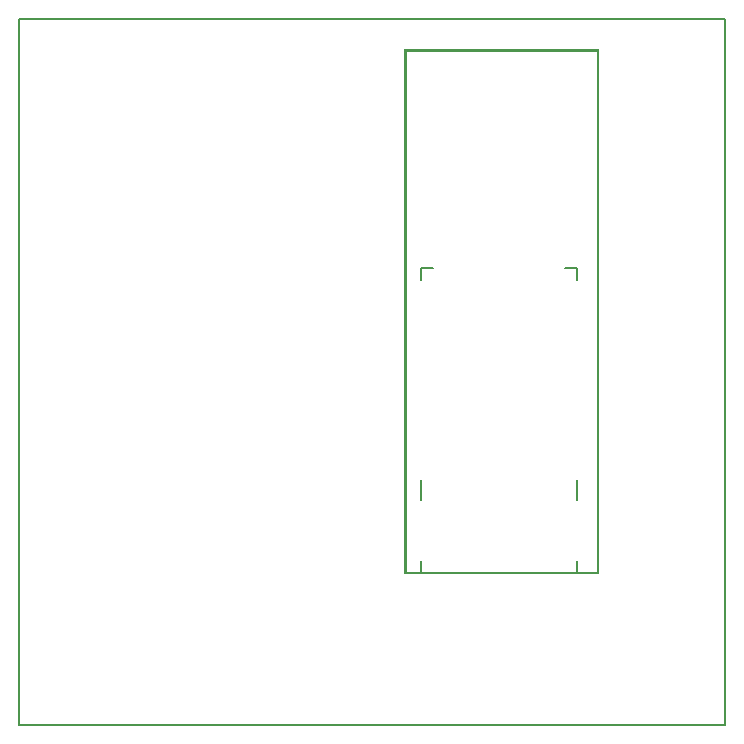
<source format=gbo>
G04 MADE WITH FRITZING*
G04 WWW.FRITZING.ORG*
G04 DOUBLE SIDED*
G04 HOLES PLATED*
G04 CONTOUR ON CENTER OF CONTOUR VECTOR*
%ASAXBY*%
%FSLAX23Y23*%
%MOIN*%
%OFA0B0*%
%SFA1.0B1.0*%
%ADD10R,2.362200X2.362200X2.346200X2.346200*%
%ADD11C,0.008000*%
%ADD12R,0.001000X0.001000*%
%LNSILK0*%
G90*
G70*
G54D11*
X4Y2358D02*
X2358Y2358D01*
X2358Y4D01*
X4Y4D01*
X4Y2358D01*
D02*
X1864Y822D02*
X1864Y755D01*
D02*
X1345Y822D02*
X1345Y755D01*
D02*
X1864Y1527D02*
X1825Y1527D01*
D02*
X1864Y1527D02*
X1864Y1488D01*
D02*
X1345Y1527D02*
X1384Y1527D01*
D02*
X1345Y1527D02*
X1345Y1488D01*
D02*
X1345Y511D02*
X1384Y511D01*
D02*
X1345Y511D02*
X1345Y551D01*
D02*
X1864Y511D02*
X1825Y511D01*
D02*
X1864Y511D02*
X1864Y551D01*
G54D12*
X1289Y2256D02*
X1938Y2256D01*
X1289Y2255D02*
X1938Y2255D01*
X1289Y2254D02*
X1938Y2254D01*
X1289Y2253D02*
X1938Y2253D01*
X1289Y2252D02*
X1938Y2252D01*
X1289Y2251D02*
X1938Y2251D01*
X1289Y2250D02*
X1938Y2250D01*
X1289Y2249D02*
X1938Y2249D01*
X1289Y2248D02*
X1296Y2248D01*
X1931Y2248D02*
X1938Y2248D01*
X1289Y2247D02*
X1296Y2247D01*
X1931Y2247D02*
X1938Y2247D01*
X1289Y2246D02*
X1296Y2246D01*
X1931Y2246D02*
X1938Y2246D01*
X1289Y2245D02*
X1296Y2245D01*
X1931Y2245D02*
X1938Y2245D01*
X1289Y2244D02*
X1296Y2244D01*
X1931Y2244D02*
X1938Y2244D01*
X1289Y2243D02*
X1296Y2243D01*
X1931Y2243D02*
X1938Y2243D01*
X1289Y2242D02*
X1296Y2242D01*
X1931Y2242D02*
X1938Y2242D01*
X1289Y2241D02*
X1296Y2241D01*
X1931Y2241D02*
X1938Y2241D01*
X1289Y2240D02*
X1296Y2240D01*
X1931Y2240D02*
X1938Y2240D01*
X1289Y2239D02*
X1296Y2239D01*
X1931Y2239D02*
X1938Y2239D01*
X1289Y2238D02*
X1296Y2238D01*
X1931Y2238D02*
X1938Y2238D01*
X1289Y2237D02*
X1296Y2237D01*
X1931Y2237D02*
X1938Y2237D01*
X1289Y2236D02*
X1296Y2236D01*
X1931Y2236D02*
X1938Y2236D01*
X1289Y2235D02*
X1296Y2235D01*
X1931Y2235D02*
X1938Y2235D01*
X1289Y2234D02*
X1296Y2234D01*
X1931Y2234D02*
X1938Y2234D01*
X1289Y2233D02*
X1296Y2233D01*
X1931Y2233D02*
X1938Y2233D01*
X1289Y2232D02*
X1296Y2232D01*
X1931Y2232D02*
X1938Y2232D01*
X1289Y2231D02*
X1296Y2231D01*
X1931Y2231D02*
X1938Y2231D01*
X1289Y2230D02*
X1296Y2230D01*
X1931Y2230D02*
X1938Y2230D01*
X1289Y2229D02*
X1296Y2229D01*
X1931Y2229D02*
X1938Y2229D01*
X1289Y2228D02*
X1296Y2228D01*
X1931Y2228D02*
X1938Y2228D01*
X1289Y2227D02*
X1296Y2227D01*
X1931Y2227D02*
X1938Y2227D01*
X1289Y2226D02*
X1296Y2226D01*
X1931Y2226D02*
X1938Y2226D01*
X1289Y2225D02*
X1296Y2225D01*
X1931Y2225D02*
X1938Y2225D01*
X1289Y2224D02*
X1296Y2224D01*
X1931Y2224D02*
X1938Y2224D01*
X1289Y2223D02*
X1296Y2223D01*
X1931Y2223D02*
X1938Y2223D01*
X1289Y2222D02*
X1296Y2222D01*
X1931Y2222D02*
X1938Y2222D01*
X1289Y2221D02*
X1296Y2221D01*
X1931Y2221D02*
X1938Y2221D01*
X1289Y2220D02*
X1296Y2220D01*
X1931Y2220D02*
X1938Y2220D01*
X1289Y2219D02*
X1296Y2219D01*
X1931Y2219D02*
X1938Y2219D01*
X1289Y2218D02*
X1296Y2218D01*
X1931Y2218D02*
X1938Y2218D01*
X1289Y2217D02*
X1296Y2217D01*
X1931Y2217D02*
X1938Y2217D01*
X1289Y2216D02*
X1296Y2216D01*
X1931Y2216D02*
X1938Y2216D01*
X1289Y2215D02*
X1296Y2215D01*
X1931Y2215D02*
X1938Y2215D01*
X1289Y2214D02*
X1296Y2214D01*
X1931Y2214D02*
X1938Y2214D01*
X1289Y2213D02*
X1296Y2213D01*
X1931Y2213D02*
X1938Y2213D01*
X1289Y2212D02*
X1296Y2212D01*
X1931Y2212D02*
X1938Y2212D01*
X1289Y2211D02*
X1296Y2211D01*
X1931Y2211D02*
X1938Y2211D01*
X1289Y2210D02*
X1296Y2210D01*
X1931Y2210D02*
X1938Y2210D01*
X1289Y2209D02*
X1296Y2209D01*
X1931Y2209D02*
X1938Y2209D01*
X1289Y2208D02*
X1296Y2208D01*
X1931Y2208D02*
X1938Y2208D01*
X1289Y2207D02*
X1296Y2207D01*
X1931Y2207D02*
X1938Y2207D01*
X1289Y2206D02*
X1296Y2206D01*
X1931Y2206D02*
X1938Y2206D01*
X1289Y2205D02*
X1296Y2205D01*
X1931Y2205D02*
X1938Y2205D01*
X1289Y2204D02*
X1296Y2204D01*
X1931Y2204D02*
X1938Y2204D01*
X1289Y2203D02*
X1296Y2203D01*
X1931Y2203D02*
X1938Y2203D01*
X1289Y2202D02*
X1296Y2202D01*
X1931Y2202D02*
X1938Y2202D01*
X1289Y2201D02*
X1296Y2201D01*
X1931Y2201D02*
X1938Y2201D01*
X1289Y2200D02*
X1296Y2200D01*
X1931Y2200D02*
X1938Y2200D01*
X1289Y2199D02*
X1296Y2199D01*
X1931Y2199D02*
X1938Y2199D01*
X1289Y2198D02*
X1296Y2198D01*
X1931Y2198D02*
X1938Y2198D01*
X1289Y2197D02*
X1296Y2197D01*
X1931Y2197D02*
X1938Y2197D01*
X1289Y2196D02*
X1296Y2196D01*
X1931Y2196D02*
X1938Y2196D01*
X1289Y2195D02*
X1296Y2195D01*
X1931Y2195D02*
X1938Y2195D01*
X1289Y2194D02*
X1296Y2194D01*
X1931Y2194D02*
X1938Y2194D01*
X1289Y2193D02*
X1296Y2193D01*
X1931Y2193D02*
X1938Y2193D01*
X1289Y2192D02*
X1296Y2192D01*
X1931Y2192D02*
X1938Y2192D01*
X1289Y2191D02*
X1296Y2191D01*
X1931Y2191D02*
X1938Y2191D01*
X1289Y2190D02*
X1296Y2190D01*
X1931Y2190D02*
X1938Y2190D01*
X1289Y2189D02*
X1296Y2189D01*
X1931Y2189D02*
X1938Y2189D01*
X1289Y2188D02*
X1296Y2188D01*
X1931Y2188D02*
X1938Y2188D01*
X1289Y2187D02*
X1296Y2187D01*
X1931Y2187D02*
X1938Y2187D01*
X1289Y2186D02*
X1296Y2186D01*
X1931Y2186D02*
X1938Y2186D01*
X1289Y2185D02*
X1296Y2185D01*
X1931Y2185D02*
X1938Y2185D01*
X1289Y2184D02*
X1296Y2184D01*
X1931Y2184D02*
X1938Y2184D01*
X1289Y2183D02*
X1296Y2183D01*
X1931Y2183D02*
X1938Y2183D01*
X1289Y2182D02*
X1296Y2182D01*
X1931Y2182D02*
X1938Y2182D01*
X1289Y2181D02*
X1296Y2181D01*
X1931Y2181D02*
X1938Y2181D01*
X1289Y2180D02*
X1296Y2180D01*
X1931Y2180D02*
X1938Y2180D01*
X1289Y2179D02*
X1296Y2179D01*
X1931Y2179D02*
X1938Y2179D01*
X1289Y2178D02*
X1296Y2178D01*
X1931Y2178D02*
X1938Y2178D01*
X1289Y2177D02*
X1296Y2177D01*
X1931Y2177D02*
X1938Y2177D01*
X1289Y2176D02*
X1296Y2176D01*
X1931Y2176D02*
X1938Y2176D01*
X1289Y2175D02*
X1296Y2175D01*
X1931Y2175D02*
X1938Y2175D01*
X1289Y2174D02*
X1296Y2174D01*
X1931Y2174D02*
X1938Y2174D01*
X1289Y2173D02*
X1296Y2173D01*
X1931Y2173D02*
X1938Y2173D01*
X1289Y2172D02*
X1296Y2172D01*
X1931Y2172D02*
X1938Y2172D01*
X1289Y2171D02*
X1296Y2171D01*
X1931Y2171D02*
X1938Y2171D01*
X1289Y2170D02*
X1296Y2170D01*
X1931Y2170D02*
X1938Y2170D01*
X1289Y2169D02*
X1296Y2169D01*
X1931Y2169D02*
X1938Y2169D01*
X1289Y2168D02*
X1296Y2168D01*
X1931Y2168D02*
X1938Y2168D01*
X1289Y2167D02*
X1296Y2167D01*
X1931Y2167D02*
X1938Y2167D01*
X1289Y2166D02*
X1296Y2166D01*
X1931Y2166D02*
X1938Y2166D01*
X1289Y2165D02*
X1296Y2165D01*
X1931Y2165D02*
X1938Y2165D01*
X1289Y2164D02*
X1296Y2164D01*
X1931Y2164D02*
X1938Y2164D01*
X1289Y2163D02*
X1296Y2163D01*
X1931Y2163D02*
X1938Y2163D01*
X1289Y2162D02*
X1296Y2162D01*
X1931Y2162D02*
X1938Y2162D01*
X1289Y2161D02*
X1296Y2161D01*
X1931Y2161D02*
X1938Y2161D01*
X1289Y2160D02*
X1296Y2160D01*
X1931Y2160D02*
X1938Y2160D01*
X1289Y2159D02*
X1296Y2159D01*
X1931Y2159D02*
X1938Y2159D01*
X1289Y2158D02*
X1296Y2158D01*
X1931Y2158D02*
X1938Y2158D01*
X1289Y2157D02*
X1296Y2157D01*
X1931Y2157D02*
X1938Y2157D01*
X1289Y2156D02*
X1296Y2156D01*
X1931Y2156D02*
X1938Y2156D01*
X1289Y2155D02*
X1296Y2155D01*
X1931Y2155D02*
X1938Y2155D01*
X1289Y2154D02*
X1296Y2154D01*
X1931Y2154D02*
X1938Y2154D01*
X1289Y2153D02*
X1296Y2153D01*
X1931Y2153D02*
X1938Y2153D01*
X1289Y2152D02*
X1296Y2152D01*
X1931Y2152D02*
X1938Y2152D01*
X1289Y2151D02*
X1296Y2151D01*
X1931Y2151D02*
X1938Y2151D01*
X1289Y2150D02*
X1296Y2150D01*
X1931Y2150D02*
X1938Y2150D01*
X1289Y2149D02*
X1296Y2149D01*
X1931Y2149D02*
X1938Y2149D01*
X1289Y2148D02*
X1296Y2148D01*
X1931Y2148D02*
X1938Y2148D01*
X1289Y2147D02*
X1296Y2147D01*
X1931Y2147D02*
X1938Y2147D01*
X1289Y2146D02*
X1296Y2146D01*
X1931Y2146D02*
X1938Y2146D01*
X1289Y2145D02*
X1296Y2145D01*
X1931Y2145D02*
X1938Y2145D01*
X1289Y2144D02*
X1296Y2144D01*
X1931Y2144D02*
X1938Y2144D01*
X1289Y2143D02*
X1296Y2143D01*
X1931Y2143D02*
X1938Y2143D01*
X1289Y2142D02*
X1296Y2142D01*
X1931Y2142D02*
X1938Y2142D01*
X1289Y2141D02*
X1296Y2141D01*
X1931Y2141D02*
X1938Y2141D01*
X1289Y2140D02*
X1296Y2140D01*
X1931Y2140D02*
X1938Y2140D01*
X1289Y2139D02*
X1296Y2139D01*
X1931Y2139D02*
X1938Y2139D01*
X1289Y2138D02*
X1296Y2138D01*
X1931Y2138D02*
X1938Y2138D01*
X1289Y2137D02*
X1296Y2137D01*
X1931Y2137D02*
X1938Y2137D01*
X1289Y2136D02*
X1296Y2136D01*
X1931Y2136D02*
X1938Y2136D01*
X1289Y2135D02*
X1296Y2135D01*
X1931Y2135D02*
X1938Y2135D01*
X1289Y2134D02*
X1296Y2134D01*
X1931Y2134D02*
X1938Y2134D01*
X1289Y2133D02*
X1296Y2133D01*
X1931Y2133D02*
X1938Y2133D01*
X1289Y2132D02*
X1296Y2132D01*
X1931Y2132D02*
X1938Y2132D01*
X1289Y2131D02*
X1296Y2131D01*
X1931Y2131D02*
X1938Y2131D01*
X1289Y2130D02*
X1296Y2130D01*
X1931Y2130D02*
X1938Y2130D01*
X1289Y2129D02*
X1296Y2129D01*
X1931Y2129D02*
X1938Y2129D01*
X1289Y2128D02*
X1296Y2128D01*
X1931Y2128D02*
X1938Y2128D01*
X1289Y2127D02*
X1296Y2127D01*
X1931Y2127D02*
X1938Y2127D01*
X1289Y2126D02*
X1296Y2126D01*
X1931Y2126D02*
X1938Y2126D01*
X1289Y2125D02*
X1296Y2125D01*
X1931Y2125D02*
X1938Y2125D01*
X1289Y2124D02*
X1296Y2124D01*
X1931Y2124D02*
X1938Y2124D01*
X1289Y2123D02*
X1296Y2123D01*
X1931Y2123D02*
X1938Y2123D01*
X1289Y2122D02*
X1296Y2122D01*
X1931Y2122D02*
X1938Y2122D01*
X1289Y2121D02*
X1296Y2121D01*
X1931Y2121D02*
X1938Y2121D01*
X1289Y2120D02*
X1296Y2120D01*
X1931Y2120D02*
X1938Y2120D01*
X1289Y2119D02*
X1296Y2119D01*
X1931Y2119D02*
X1938Y2119D01*
X1289Y2118D02*
X1296Y2118D01*
X1931Y2118D02*
X1938Y2118D01*
X1289Y2117D02*
X1296Y2117D01*
X1931Y2117D02*
X1938Y2117D01*
X1289Y2116D02*
X1296Y2116D01*
X1931Y2116D02*
X1938Y2116D01*
X1289Y2115D02*
X1296Y2115D01*
X1931Y2115D02*
X1938Y2115D01*
X1289Y2114D02*
X1296Y2114D01*
X1931Y2114D02*
X1938Y2114D01*
X1289Y2113D02*
X1296Y2113D01*
X1931Y2113D02*
X1938Y2113D01*
X1289Y2112D02*
X1296Y2112D01*
X1931Y2112D02*
X1938Y2112D01*
X1289Y2111D02*
X1296Y2111D01*
X1931Y2111D02*
X1938Y2111D01*
X1289Y2110D02*
X1296Y2110D01*
X1931Y2110D02*
X1938Y2110D01*
X1289Y2109D02*
X1296Y2109D01*
X1931Y2109D02*
X1938Y2109D01*
X1289Y2108D02*
X1296Y2108D01*
X1931Y2108D02*
X1938Y2108D01*
X1289Y2107D02*
X1296Y2107D01*
X1931Y2107D02*
X1938Y2107D01*
X1289Y2106D02*
X1296Y2106D01*
X1931Y2106D02*
X1938Y2106D01*
X1289Y2105D02*
X1296Y2105D01*
X1931Y2105D02*
X1938Y2105D01*
X1289Y2104D02*
X1296Y2104D01*
X1931Y2104D02*
X1938Y2104D01*
X1289Y2103D02*
X1296Y2103D01*
X1931Y2103D02*
X1938Y2103D01*
X1289Y2102D02*
X1296Y2102D01*
X1931Y2102D02*
X1938Y2102D01*
X1289Y2101D02*
X1296Y2101D01*
X1931Y2101D02*
X1938Y2101D01*
X1289Y2100D02*
X1296Y2100D01*
X1931Y2100D02*
X1938Y2100D01*
X1289Y2099D02*
X1296Y2099D01*
X1931Y2099D02*
X1938Y2099D01*
X1289Y2098D02*
X1296Y2098D01*
X1931Y2098D02*
X1938Y2098D01*
X1289Y2097D02*
X1296Y2097D01*
X1931Y2097D02*
X1938Y2097D01*
X1289Y2096D02*
X1296Y2096D01*
X1931Y2096D02*
X1938Y2096D01*
X1289Y2095D02*
X1296Y2095D01*
X1931Y2095D02*
X1938Y2095D01*
X1289Y2094D02*
X1296Y2094D01*
X1931Y2094D02*
X1938Y2094D01*
X1289Y2093D02*
X1296Y2093D01*
X1931Y2093D02*
X1938Y2093D01*
X1289Y2092D02*
X1296Y2092D01*
X1931Y2092D02*
X1938Y2092D01*
X1289Y2091D02*
X1296Y2091D01*
X1931Y2091D02*
X1938Y2091D01*
X1289Y2090D02*
X1296Y2090D01*
X1931Y2090D02*
X1938Y2090D01*
X1289Y2089D02*
X1296Y2089D01*
X1931Y2089D02*
X1938Y2089D01*
X1289Y2088D02*
X1296Y2088D01*
X1931Y2088D02*
X1938Y2088D01*
X1289Y2087D02*
X1296Y2087D01*
X1931Y2087D02*
X1938Y2087D01*
X1289Y2086D02*
X1296Y2086D01*
X1931Y2086D02*
X1938Y2086D01*
X1289Y2085D02*
X1296Y2085D01*
X1931Y2085D02*
X1938Y2085D01*
X1289Y2084D02*
X1296Y2084D01*
X1931Y2084D02*
X1938Y2084D01*
X1289Y2083D02*
X1296Y2083D01*
X1931Y2083D02*
X1938Y2083D01*
X1289Y2082D02*
X1296Y2082D01*
X1931Y2082D02*
X1938Y2082D01*
X1289Y2081D02*
X1296Y2081D01*
X1931Y2081D02*
X1938Y2081D01*
X1289Y2080D02*
X1296Y2080D01*
X1931Y2080D02*
X1938Y2080D01*
X1289Y2079D02*
X1296Y2079D01*
X1931Y2079D02*
X1938Y2079D01*
X1289Y2078D02*
X1296Y2078D01*
X1931Y2078D02*
X1938Y2078D01*
X1289Y2077D02*
X1296Y2077D01*
X1931Y2077D02*
X1938Y2077D01*
X1289Y2076D02*
X1296Y2076D01*
X1931Y2076D02*
X1938Y2076D01*
X1289Y2075D02*
X1296Y2075D01*
X1931Y2075D02*
X1938Y2075D01*
X1289Y2074D02*
X1296Y2074D01*
X1931Y2074D02*
X1938Y2074D01*
X1289Y2073D02*
X1296Y2073D01*
X1931Y2073D02*
X1938Y2073D01*
X1289Y2072D02*
X1296Y2072D01*
X1931Y2072D02*
X1938Y2072D01*
X1289Y2071D02*
X1296Y2071D01*
X1931Y2071D02*
X1938Y2071D01*
X1289Y2070D02*
X1296Y2070D01*
X1931Y2070D02*
X1938Y2070D01*
X1289Y2069D02*
X1296Y2069D01*
X1931Y2069D02*
X1938Y2069D01*
X1289Y2068D02*
X1296Y2068D01*
X1931Y2068D02*
X1938Y2068D01*
X1289Y2067D02*
X1296Y2067D01*
X1931Y2067D02*
X1938Y2067D01*
X1289Y2066D02*
X1296Y2066D01*
X1931Y2066D02*
X1938Y2066D01*
X1289Y2065D02*
X1296Y2065D01*
X1931Y2065D02*
X1938Y2065D01*
X1289Y2064D02*
X1296Y2064D01*
X1931Y2064D02*
X1938Y2064D01*
X1289Y2063D02*
X1296Y2063D01*
X1931Y2063D02*
X1938Y2063D01*
X1289Y2062D02*
X1296Y2062D01*
X1931Y2062D02*
X1938Y2062D01*
X1289Y2061D02*
X1296Y2061D01*
X1931Y2061D02*
X1938Y2061D01*
X1289Y2060D02*
X1296Y2060D01*
X1931Y2060D02*
X1938Y2060D01*
X1289Y2059D02*
X1296Y2059D01*
X1931Y2059D02*
X1938Y2059D01*
X1289Y2058D02*
X1296Y2058D01*
X1931Y2058D02*
X1938Y2058D01*
X1289Y2057D02*
X1296Y2057D01*
X1931Y2057D02*
X1938Y2057D01*
X1289Y2056D02*
X1296Y2056D01*
X1931Y2056D02*
X1938Y2056D01*
X1289Y2055D02*
X1296Y2055D01*
X1931Y2055D02*
X1938Y2055D01*
X1289Y2054D02*
X1296Y2054D01*
X1931Y2054D02*
X1938Y2054D01*
X1289Y2053D02*
X1296Y2053D01*
X1931Y2053D02*
X1938Y2053D01*
X1289Y2052D02*
X1296Y2052D01*
X1931Y2052D02*
X1938Y2052D01*
X1289Y2051D02*
X1296Y2051D01*
X1931Y2051D02*
X1938Y2051D01*
X1289Y2050D02*
X1296Y2050D01*
X1931Y2050D02*
X1938Y2050D01*
X1289Y2049D02*
X1296Y2049D01*
X1931Y2049D02*
X1938Y2049D01*
X1289Y2048D02*
X1296Y2048D01*
X1931Y2048D02*
X1938Y2048D01*
X1289Y2047D02*
X1296Y2047D01*
X1931Y2047D02*
X1938Y2047D01*
X1289Y2046D02*
X1296Y2046D01*
X1931Y2046D02*
X1938Y2046D01*
X1289Y2045D02*
X1296Y2045D01*
X1931Y2045D02*
X1938Y2045D01*
X1289Y2044D02*
X1296Y2044D01*
X1931Y2044D02*
X1938Y2044D01*
X1289Y2043D02*
X1296Y2043D01*
X1931Y2043D02*
X1938Y2043D01*
X1289Y2042D02*
X1296Y2042D01*
X1931Y2042D02*
X1938Y2042D01*
X1289Y2041D02*
X1296Y2041D01*
X1931Y2041D02*
X1938Y2041D01*
X1289Y2040D02*
X1296Y2040D01*
X1931Y2040D02*
X1938Y2040D01*
X1289Y2039D02*
X1296Y2039D01*
X1931Y2039D02*
X1938Y2039D01*
X1289Y2038D02*
X1296Y2038D01*
X1931Y2038D02*
X1938Y2038D01*
X1289Y2037D02*
X1296Y2037D01*
X1931Y2037D02*
X1938Y2037D01*
X1289Y2036D02*
X1296Y2036D01*
X1931Y2036D02*
X1938Y2036D01*
X1289Y2035D02*
X1296Y2035D01*
X1931Y2035D02*
X1938Y2035D01*
X1289Y2034D02*
X1296Y2034D01*
X1931Y2034D02*
X1938Y2034D01*
X1289Y2033D02*
X1296Y2033D01*
X1931Y2033D02*
X1938Y2033D01*
X1289Y2032D02*
X1296Y2032D01*
X1931Y2032D02*
X1938Y2032D01*
X1289Y2031D02*
X1296Y2031D01*
X1931Y2031D02*
X1938Y2031D01*
X1289Y2030D02*
X1296Y2030D01*
X1931Y2030D02*
X1938Y2030D01*
X1289Y2029D02*
X1296Y2029D01*
X1931Y2029D02*
X1938Y2029D01*
X1289Y2028D02*
X1296Y2028D01*
X1931Y2028D02*
X1938Y2028D01*
X1289Y2027D02*
X1296Y2027D01*
X1931Y2027D02*
X1938Y2027D01*
X1289Y2026D02*
X1296Y2026D01*
X1931Y2026D02*
X1938Y2026D01*
X1289Y2025D02*
X1296Y2025D01*
X1931Y2025D02*
X1938Y2025D01*
X1289Y2024D02*
X1296Y2024D01*
X1931Y2024D02*
X1938Y2024D01*
X1289Y2023D02*
X1296Y2023D01*
X1931Y2023D02*
X1938Y2023D01*
X1289Y2022D02*
X1296Y2022D01*
X1931Y2022D02*
X1938Y2022D01*
X1289Y2021D02*
X1296Y2021D01*
X1931Y2021D02*
X1938Y2021D01*
X1289Y2020D02*
X1296Y2020D01*
X1931Y2020D02*
X1938Y2020D01*
X1289Y2019D02*
X1296Y2019D01*
X1931Y2019D02*
X1938Y2019D01*
X1289Y2018D02*
X1296Y2018D01*
X1931Y2018D02*
X1938Y2018D01*
X1289Y2017D02*
X1296Y2017D01*
X1931Y2017D02*
X1938Y2017D01*
X1289Y2016D02*
X1296Y2016D01*
X1931Y2016D02*
X1938Y2016D01*
X1289Y2015D02*
X1296Y2015D01*
X1931Y2015D02*
X1938Y2015D01*
X1289Y2014D02*
X1296Y2014D01*
X1931Y2014D02*
X1938Y2014D01*
X1289Y2013D02*
X1296Y2013D01*
X1931Y2013D02*
X1938Y2013D01*
X1289Y2012D02*
X1296Y2012D01*
X1931Y2012D02*
X1938Y2012D01*
X1289Y2011D02*
X1296Y2011D01*
X1931Y2011D02*
X1938Y2011D01*
X1289Y2010D02*
X1296Y2010D01*
X1931Y2010D02*
X1938Y2010D01*
X1289Y2009D02*
X1296Y2009D01*
X1931Y2009D02*
X1938Y2009D01*
X1289Y2008D02*
X1296Y2008D01*
X1931Y2008D02*
X1938Y2008D01*
X1289Y2007D02*
X1296Y2007D01*
X1931Y2007D02*
X1938Y2007D01*
X1289Y2006D02*
X1296Y2006D01*
X1931Y2006D02*
X1938Y2006D01*
X1289Y2005D02*
X1296Y2005D01*
X1931Y2005D02*
X1938Y2005D01*
X1289Y2004D02*
X1296Y2004D01*
X1931Y2004D02*
X1938Y2004D01*
X1289Y2003D02*
X1296Y2003D01*
X1931Y2003D02*
X1938Y2003D01*
X1289Y2002D02*
X1296Y2002D01*
X1931Y2002D02*
X1938Y2002D01*
X1289Y2001D02*
X1296Y2001D01*
X1931Y2001D02*
X1938Y2001D01*
X1289Y2000D02*
X1296Y2000D01*
X1931Y2000D02*
X1938Y2000D01*
X1289Y1999D02*
X1296Y1999D01*
X1931Y1999D02*
X1938Y1999D01*
X1289Y1998D02*
X1296Y1998D01*
X1931Y1998D02*
X1938Y1998D01*
X1289Y1997D02*
X1296Y1997D01*
X1931Y1997D02*
X1938Y1997D01*
X1289Y1996D02*
X1296Y1996D01*
X1931Y1996D02*
X1938Y1996D01*
X1289Y1995D02*
X1296Y1995D01*
X1931Y1995D02*
X1938Y1995D01*
X1289Y1994D02*
X1296Y1994D01*
X1931Y1994D02*
X1938Y1994D01*
X1289Y1993D02*
X1296Y1993D01*
X1931Y1993D02*
X1938Y1993D01*
X1289Y1992D02*
X1296Y1992D01*
X1931Y1992D02*
X1938Y1992D01*
X1289Y1991D02*
X1296Y1991D01*
X1931Y1991D02*
X1938Y1991D01*
X1289Y1990D02*
X1296Y1990D01*
X1931Y1990D02*
X1938Y1990D01*
X1289Y1989D02*
X1296Y1989D01*
X1931Y1989D02*
X1938Y1989D01*
X1289Y1988D02*
X1296Y1988D01*
X1931Y1988D02*
X1938Y1988D01*
X1289Y1987D02*
X1296Y1987D01*
X1931Y1987D02*
X1938Y1987D01*
X1289Y1986D02*
X1296Y1986D01*
X1931Y1986D02*
X1938Y1986D01*
X1289Y1985D02*
X1296Y1985D01*
X1931Y1985D02*
X1938Y1985D01*
X1289Y1984D02*
X1296Y1984D01*
X1931Y1984D02*
X1938Y1984D01*
X1289Y1983D02*
X1296Y1983D01*
X1931Y1983D02*
X1938Y1983D01*
X1289Y1982D02*
X1296Y1982D01*
X1931Y1982D02*
X1938Y1982D01*
X1289Y1981D02*
X1296Y1981D01*
X1931Y1981D02*
X1938Y1981D01*
X1289Y1980D02*
X1296Y1980D01*
X1931Y1980D02*
X1938Y1980D01*
X1289Y1979D02*
X1296Y1979D01*
X1931Y1979D02*
X1938Y1979D01*
X1289Y1978D02*
X1296Y1978D01*
X1931Y1978D02*
X1938Y1978D01*
X1289Y1977D02*
X1296Y1977D01*
X1931Y1977D02*
X1938Y1977D01*
X1289Y1976D02*
X1296Y1976D01*
X1931Y1976D02*
X1938Y1976D01*
X1289Y1975D02*
X1296Y1975D01*
X1931Y1975D02*
X1938Y1975D01*
X1289Y1974D02*
X1296Y1974D01*
X1931Y1974D02*
X1938Y1974D01*
X1289Y1973D02*
X1296Y1973D01*
X1931Y1973D02*
X1938Y1973D01*
X1289Y1972D02*
X1296Y1972D01*
X1931Y1972D02*
X1938Y1972D01*
X1289Y1971D02*
X1296Y1971D01*
X1931Y1971D02*
X1938Y1971D01*
X1289Y1970D02*
X1296Y1970D01*
X1931Y1970D02*
X1938Y1970D01*
X1289Y1969D02*
X1296Y1969D01*
X1931Y1969D02*
X1938Y1969D01*
X1289Y1968D02*
X1296Y1968D01*
X1931Y1968D02*
X1938Y1968D01*
X1289Y1967D02*
X1296Y1967D01*
X1931Y1967D02*
X1938Y1967D01*
X1289Y1966D02*
X1296Y1966D01*
X1931Y1966D02*
X1938Y1966D01*
X1289Y1965D02*
X1296Y1965D01*
X1931Y1965D02*
X1938Y1965D01*
X1289Y1964D02*
X1296Y1964D01*
X1931Y1964D02*
X1938Y1964D01*
X1289Y1963D02*
X1296Y1963D01*
X1931Y1963D02*
X1938Y1963D01*
X1289Y1962D02*
X1296Y1962D01*
X1931Y1962D02*
X1938Y1962D01*
X1289Y1961D02*
X1296Y1961D01*
X1931Y1961D02*
X1938Y1961D01*
X1289Y1960D02*
X1296Y1960D01*
X1931Y1960D02*
X1938Y1960D01*
X1289Y1959D02*
X1296Y1959D01*
X1931Y1959D02*
X1938Y1959D01*
X1289Y1958D02*
X1296Y1958D01*
X1931Y1958D02*
X1938Y1958D01*
X1289Y1957D02*
X1296Y1957D01*
X1931Y1957D02*
X1938Y1957D01*
X1289Y1956D02*
X1296Y1956D01*
X1931Y1956D02*
X1938Y1956D01*
X1289Y1955D02*
X1296Y1955D01*
X1931Y1955D02*
X1938Y1955D01*
X1289Y1954D02*
X1296Y1954D01*
X1931Y1954D02*
X1938Y1954D01*
X1289Y1953D02*
X1296Y1953D01*
X1931Y1953D02*
X1938Y1953D01*
X1289Y1952D02*
X1296Y1952D01*
X1931Y1952D02*
X1938Y1952D01*
X1289Y1951D02*
X1296Y1951D01*
X1931Y1951D02*
X1938Y1951D01*
X1289Y1950D02*
X1296Y1950D01*
X1931Y1950D02*
X1938Y1950D01*
X1289Y1949D02*
X1296Y1949D01*
X1931Y1949D02*
X1938Y1949D01*
X1289Y1948D02*
X1296Y1948D01*
X1931Y1948D02*
X1938Y1948D01*
X1289Y1947D02*
X1296Y1947D01*
X1931Y1947D02*
X1938Y1947D01*
X1289Y1946D02*
X1296Y1946D01*
X1931Y1946D02*
X1938Y1946D01*
X1289Y1945D02*
X1296Y1945D01*
X1931Y1945D02*
X1938Y1945D01*
X1289Y1944D02*
X1296Y1944D01*
X1931Y1944D02*
X1938Y1944D01*
X1289Y1943D02*
X1296Y1943D01*
X1931Y1943D02*
X1938Y1943D01*
X1289Y1942D02*
X1296Y1942D01*
X1931Y1942D02*
X1938Y1942D01*
X1289Y1941D02*
X1296Y1941D01*
X1931Y1941D02*
X1938Y1941D01*
X1289Y1940D02*
X1296Y1940D01*
X1931Y1940D02*
X1938Y1940D01*
X1289Y1939D02*
X1296Y1939D01*
X1931Y1939D02*
X1938Y1939D01*
X1289Y1938D02*
X1296Y1938D01*
X1931Y1938D02*
X1938Y1938D01*
X1289Y1937D02*
X1296Y1937D01*
X1931Y1937D02*
X1938Y1937D01*
X1289Y1936D02*
X1296Y1936D01*
X1931Y1936D02*
X1938Y1936D01*
X1289Y1935D02*
X1296Y1935D01*
X1931Y1935D02*
X1938Y1935D01*
X1289Y1934D02*
X1296Y1934D01*
X1931Y1934D02*
X1938Y1934D01*
X1289Y1933D02*
X1296Y1933D01*
X1931Y1933D02*
X1938Y1933D01*
X1289Y1932D02*
X1296Y1932D01*
X1931Y1932D02*
X1938Y1932D01*
X1289Y1931D02*
X1296Y1931D01*
X1931Y1931D02*
X1938Y1931D01*
X1289Y1930D02*
X1296Y1930D01*
X1931Y1930D02*
X1938Y1930D01*
X1289Y1929D02*
X1296Y1929D01*
X1931Y1929D02*
X1938Y1929D01*
X1289Y1928D02*
X1296Y1928D01*
X1931Y1928D02*
X1938Y1928D01*
X1289Y1927D02*
X1296Y1927D01*
X1931Y1927D02*
X1938Y1927D01*
X1289Y1926D02*
X1296Y1926D01*
X1931Y1926D02*
X1938Y1926D01*
X1289Y1925D02*
X1296Y1925D01*
X1931Y1925D02*
X1938Y1925D01*
X1289Y1924D02*
X1296Y1924D01*
X1931Y1924D02*
X1938Y1924D01*
X1289Y1923D02*
X1296Y1923D01*
X1931Y1923D02*
X1938Y1923D01*
X1289Y1922D02*
X1296Y1922D01*
X1931Y1922D02*
X1938Y1922D01*
X1289Y1921D02*
X1296Y1921D01*
X1931Y1921D02*
X1938Y1921D01*
X1289Y1920D02*
X1296Y1920D01*
X1931Y1920D02*
X1938Y1920D01*
X1289Y1919D02*
X1296Y1919D01*
X1931Y1919D02*
X1938Y1919D01*
X1289Y1918D02*
X1296Y1918D01*
X1931Y1918D02*
X1938Y1918D01*
X1289Y1917D02*
X1296Y1917D01*
X1931Y1917D02*
X1938Y1917D01*
X1289Y1916D02*
X1296Y1916D01*
X1931Y1916D02*
X1938Y1916D01*
X1289Y1915D02*
X1296Y1915D01*
X1931Y1915D02*
X1938Y1915D01*
X1289Y1914D02*
X1296Y1914D01*
X1931Y1914D02*
X1938Y1914D01*
X1289Y1913D02*
X1296Y1913D01*
X1931Y1913D02*
X1938Y1913D01*
X1289Y1912D02*
X1296Y1912D01*
X1931Y1912D02*
X1938Y1912D01*
X1289Y1911D02*
X1296Y1911D01*
X1931Y1911D02*
X1938Y1911D01*
X1289Y1910D02*
X1296Y1910D01*
X1931Y1910D02*
X1938Y1910D01*
X1289Y1909D02*
X1296Y1909D01*
X1931Y1909D02*
X1938Y1909D01*
X1289Y1908D02*
X1296Y1908D01*
X1931Y1908D02*
X1938Y1908D01*
X1289Y1907D02*
X1296Y1907D01*
X1931Y1907D02*
X1938Y1907D01*
X1289Y1906D02*
X1296Y1906D01*
X1931Y1906D02*
X1938Y1906D01*
X1289Y1905D02*
X1296Y1905D01*
X1931Y1905D02*
X1938Y1905D01*
X1289Y1904D02*
X1296Y1904D01*
X1931Y1904D02*
X1938Y1904D01*
X1289Y1903D02*
X1296Y1903D01*
X1931Y1903D02*
X1938Y1903D01*
X1289Y1902D02*
X1296Y1902D01*
X1931Y1902D02*
X1938Y1902D01*
X1289Y1901D02*
X1296Y1901D01*
X1931Y1901D02*
X1938Y1901D01*
X1289Y1900D02*
X1296Y1900D01*
X1931Y1900D02*
X1938Y1900D01*
X1289Y1899D02*
X1296Y1899D01*
X1931Y1899D02*
X1938Y1899D01*
X1289Y1898D02*
X1296Y1898D01*
X1931Y1898D02*
X1938Y1898D01*
X1289Y1897D02*
X1296Y1897D01*
X1931Y1897D02*
X1938Y1897D01*
X1289Y1896D02*
X1296Y1896D01*
X1931Y1896D02*
X1938Y1896D01*
X1289Y1895D02*
X1296Y1895D01*
X1931Y1895D02*
X1938Y1895D01*
X1289Y1894D02*
X1296Y1894D01*
X1931Y1894D02*
X1938Y1894D01*
X1289Y1893D02*
X1296Y1893D01*
X1931Y1893D02*
X1938Y1893D01*
X1289Y1892D02*
X1296Y1892D01*
X1931Y1892D02*
X1938Y1892D01*
X1289Y1891D02*
X1296Y1891D01*
X1931Y1891D02*
X1938Y1891D01*
X1289Y1890D02*
X1296Y1890D01*
X1931Y1890D02*
X1938Y1890D01*
X1289Y1889D02*
X1296Y1889D01*
X1931Y1889D02*
X1938Y1889D01*
X1289Y1888D02*
X1296Y1888D01*
X1931Y1888D02*
X1938Y1888D01*
X1289Y1887D02*
X1296Y1887D01*
X1931Y1887D02*
X1938Y1887D01*
X1289Y1886D02*
X1296Y1886D01*
X1931Y1886D02*
X1938Y1886D01*
X1289Y1885D02*
X1296Y1885D01*
X1931Y1885D02*
X1938Y1885D01*
X1289Y1884D02*
X1296Y1884D01*
X1931Y1884D02*
X1938Y1884D01*
X1289Y1883D02*
X1296Y1883D01*
X1931Y1883D02*
X1938Y1883D01*
X1289Y1882D02*
X1296Y1882D01*
X1931Y1882D02*
X1938Y1882D01*
X1289Y1881D02*
X1296Y1881D01*
X1931Y1881D02*
X1938Y1881D01*
X1289Y1880D02*
X1296Y1880D01*
X1931Y1880D02*
X1938Y1880D01*
X1289Y1879D02*
X1296Y1879D01*
X1931Y1879D02*
X1938Y1879D01*
X1289Y1878D02*
X1296Y1878D01*
X1931Y1878D02*
X1938Y1878D01*
X1289Y1877D02*
X1296Y1877D01*
X1931Y1877D02*
X1938Y1877D01*
X1289Y1876D02*
X1296Y1876D01*
X1931Y1876D02*
X1938Y1876D01*
X1289Y1875D02*
X1296Y1875D01*
X1931Y1875D02*
X1938Y1875D01*
X1289Y1874D02*
X1296Y1874D01*
X1931Y1874D02*
X1938Y1874D01*
X1289Y1873D02*
X1296Y1873D01*
X1931Y1873D02*
X1938Y1873D01*
X1289Y1872D02*
X1296Y1872D01*
X1931Y1872D02*
X1938Y1872D01*
X1289Y1871D02*
X1296Y1871D01*
X1931Y1871D02*
X1938Y1871D01*
X1289Y1870D02*
X1296Y1870D01*
X1931Y1870D02*
X1938Y1870D01*
X1289Y1869D02*
X1296Y1869D01*
X1931Y1869D02*
X1938Y1869D01*
X1289Y1868D02*
X1296Y1868D01*
X1931Y1868D02*
X1938Y1868D01*
X1289Y1867D02*
X1296Y1867D01*
X1931Y1867D02*
X1938Y1867D01*
X1289Y1866D02*
X1296Y1866D01*
X1931Y1866D02*
X1938Y1866D01*
X1289Y1865D02*
X1296Y1865D01*
X1931Y1865D02*
X1938Y1865D01*
X1289Y1864D02*
X1296Y1864D01*
X1931Y1864D02*
X1938Y1864D01*
X1289Y1863D02*
X1296Y1863D01*
X1931Y1863D02*
X1938Y1863D01*
X1289Y1862D02*
X1296Y1862D01*
X1931Y1862D02*
X1938Y1862D01*
X1289Y1861D02*
X1296Y1861D01*
X1931Y1861D02*
X1938Y1861D01*
X1289Y1860D02*
X1296Y1860D01*
X1931Y1860D02*
X1938Y1860D01*
X1289Y1859D02*
X1296Y1859D01*
X1931Y1859D02*
X1938Y1859D01*
X1289Y1858D02*
X1296Y1858D01*
X1931Y1858D02*
X1938Y1858D01*
X1289Y1857D02*
X1296Y1857D01*
X1931Y1857D02*
X1938Y1857D01*
X1289Y1856D02*
X1296Y1856D01*
X1931Y1856D02*
X1938Y1856D01*
X1289Y1855D02*
X1296Y1855D01*
X1931Y1855D02*
X1938Y1855D01*
X1289Y1854D02*
X1296Y1854D01*
X1931Y1854D02*
X1938Y1854D01*
X1289Y1853D02*
X1296Y1853D01*
X1931Y1853D02*
X1938Y1853D01*
X1289Y1852D02*
X1296Y1852D01*
X1931Y1852D02*
X1938Y1852D01*
X1289Y1851D02*
X1296Y1851D01*
X1931Y1851D02*
X1938Y1851D01*
X1289Y1850D02*
X1296Y1850D01*
X1931Y1850D02*
X1938Y1850D01*
X1289Y1849D02*
X1296Y1849D01*
X1931Y1849D02*
X1938Y1849D01*
X1289Y1848D02*
X1296Y1848D01*
X1931Y1848D02*
X1938Y1848D01*
X1289Y1847D02*
X1296Y1847D01*
X1931Y1847D02*
X1938Y1847D01*
X1289Y1846D02*
X1296Y1846D01*
X1931Y1846D02*
X1938Y1846D01*
X1289Y1845D02*
X1296Y1845D01*
X1931Y1845D02*
X1938Y1845D01*
X1289Y1844D02*
X1296Y1844D01*
X1931Y1844D02*
X1938Y1844D01*
X1289Y1843D02*
X1296Y1843D01*
X1931Y1843D02*
X1938Y1843D01*
X1289Y1842D02*
X1296Y1842D01*
X1931Y1842D02*
X1938Y1842D01*
X1289Y1841D02*
X1296Y1841D01*
X1931Y1841D02*
X1938Y1841D01*
X1289Y1840D02*
X1296Y1840D01*
X1931Y1840D02*
X1938Y1840D01*
X1289Y1839D02*
X1296Y1839D01*
X1931Y1839D02*
X1938Y1839D01*
X1289Y1838D02*
X1296Y1838D01*
X1931Y1838D02*
X1938Y1838D01*
X1289Y1837D02*
X1296Y1837D01*
X1931Y1837D02*
X1938Y1837D01*
X1289Y1836D02*
X1296Y1836D01*
X1931Y1836D02*
X1938Y1836D01*
X1289Y1835D02*
X1296Y1835D01*
X1931Y1835D02*
X1938Y1835D01*
X1289Y1834D02*
X1296Y1834D01*
X1931Y1834D02*
X1938Y1834D01*
X1289Y1833D02*
X1296Y1833D01*
X1931Y1833D02*
X1938Y1833D01*
X1289Y1832D02*
X1296Y1832D01*
X1931Y1832D02*
X1938Y1832D01*
X1289Y1831D02*
X1296Y1831D01*
X1931Y1831D02*
X1938Y1831D01*
X1289Y1830D02*
X1296Y1830D01*
X1931Y1830D02*
X1938Y1830D01*
X1289Y1829D02*
X1296Y1829D01*
X1931Y1829D02*
X1938Y1829D01*
X1289Y1828D02*
X1296Y1828D01*
X1931Y1828D02*
X1938Y1828D01*
X1289Y1827D02*
X1296Y1827D01*
X1931Y1827D02*
X1938Y1827D01*
X1289Y1826D02*
X1296Y1826D01*
X1931Y1826D02*
X1938Y1826D01*
X1289Y1825D02*
X1296Y1825D01*
X1931Y1825D02*
X1938Y1825D01*
X1289Y1824D02*
X1296Y1824D01*
X1931Y1824D02*
X1938Y1824D01*
X1289Y1823D02*
X1296Y1823D01*
X1931Y1823D02*
X1938Y1823D01*
X1289Y1822D02*
X1296Y1822D01*
X1931Y1822D02*
X1938Y1822D01*
X1289Y1821D02*
X1296Y1821D01*
X1931Y1821D02*
X1938Y1821D01*
X1289Y1820D02*
X1296Y1820D01*
X1931Y1820D02*
X1938Y1820D01*
X1289Y1819D02*
X1296Y1819D01*
X1931Y1819D02*
X1938Y1819D01*
X1289Y1818D02*
X1296Y1818D01*
X1931Y1818D02*
X1938Y1818D01*
X1289Y1817D02*
X1296Y1817D01*
X1931Y1817D02*
X1938Y1817D01*
X1289Y1816D02*
X1296Y1816D01*
X1931Y1816D02*
X1938Y1816D01*
X1289Y1815D02*
X1296Y1815D01*
X1931Y1815D02*
X1938Y1815D01*
X1289Y1814D02*
X1296Y1814D01*
X1931Y1814D02*
X1938Y1814D01*
X1289Y1813D02*
X1296Y1813D01*
X1931Y1813D02*
X1938Y1813D01*
X1289Y1812D02*
X1296Y1812D01*
X1931Y1812D02*
X1938Y1812D01*
X1289Y1811D02*
X1296Y1811D01*
X1931Y1811D02*
X1938Y1811D01*
X1289Y1810D02*
X1296Y1810D01*
X1931Y1810D02*
X1938Y1810D01*
X1289Y1809D02*
X1296Y1809D01*
X1931Y1809D02*
X1938Y1809D01*
X1289Y1808D02*
X1296Y1808D01*
X1931Y1808D02*
X1938Y1808D01*
X1289Y1807D02*
X1296Y1807D01*
X1931Y1807D02*
X1938Y1807D01*
X1289Y1806D02*
X1296Y1806D01*
X1931Y1806D02*
X1938Y1806D01*
X1289Y1805D02*
X1296Y1805D01*
X1931Y1805D02*
X1938Y1805D01*
X1289Y1804D02*
X1296Y1804D01*
X1931Y1804D02*
X1938Y1804D01*
X1289Y1803D02*
X1296Y1803D01*
X1931Y1803D02*
X1938Y1803D01*
X1289Y1802D02*
X1296Y1802D01*
X1931Y1802D02*
X1938Y1802D01*
X1289Y1801D02*
X1296Y1801D01*
X1931Y1801D02*
X1938Y1801D01*
X1289Y1800D02*
X1296Y1800D01*
X1931Y1800D02*
X1938Y1800D01*
X1289Y1799D02*
X1296Y1799D01*
X1931Y1799D02*
X1938Y1799D01*
X1289Y1798D02*
X1296Y1798D01*
X1931Y1798D02*
X1938Y1798D01*
X1289Y1797D02*
X1296Y1797D01*
X1931Y1797D02*
X1938Y1797D01*
X1289Y1796D02*
X1296Y1796D01*
X1931Y1796D02*
X1938Y1796D01*
X1289Y1795D02*
X1296Y1795D01*
X1931Y1795D02*
X1938Y1795D01*
X1289Y1794D02*
X1296Y1794D01*
X1931Y1794D02*
X1938Y1794D01*
X1289Y1793D02*
X1296Y1793D01*
X1931Y1793D02*
X1938Y1793D01*
X1289Y1792D02*
X1296Y1792D01*
X1931Y1792D02*
X1938Y1792D01*
X1289Y1791D02*
X1296Y1791D01*
X1931Y1791D02*
X1938Y1791D01*
X1289Y1790D02*
X1296Y1790D01*
X1931Y1790D02*
X1938Y1790D01*
X1289Y1789D02*
X1296Y1789D01*
X1931Y1789D02*
X1938Y1789D01*
X1289Y1788D02*
X1296Y1788D01*
X1931Y1788D02*
X1938Y1788D01*
X1289Y1787D02*
X1296Y1787D01*
X1931Y1787D02*
X1938Y1787D01*
X1289Y1786D02*
X1296Y1786D01*
X1931Y1786D02*
X1938Y1786D01*
X1289Y1785D02*
X1296Y1785D01*
X1931Y1785D02*
X1938Y1785D01*
X1289Y1784D02*
X1296Y1784D01*
X1931Y1784D02*
X1938Y1784D01*
X1289Y1783D02*
X1296Y1783D01*
X1931Y1783D02*
X1938Y1783D01*
X1289Y1782D02*
X1296Y1782D01*
X1931Y1782D02*
X1938Y1782D01*
X1289Y1781D02*
X1296Y1781D01*
X1931Y1781D02*
X1938Y1781D01*
X1289Y1780D02*
X1296Y1780D01*
X1931Y1780D02*
X1938Y1780D01*
X1289Y1779D02*
X1296Y1779D01*
X1931Y1779D02*
X1938Y1779D01*
X1289Y1778D02*
X1296Y1778D01*
X1931Y1778D02*
X1938Y1778D01*
X1289Y1777D02*
X1296Y1777D01*
X1931Y1777D02*
X1938Y1777D01*
X1289Y1776D02*
X1296Y1776D01*
X1931Y1776D02*
X1938Y1776D01*
X1289Y1775D02*
X1296Y1775D01*
X1931Y1775D02*
X1938Y1775D01*
X1289Y1774D02*
X1296Y1774D01*
X1931Y1774D02*
X1938Y1774D01*
X1289Y1773D02*
X1296Y1773D01*
X1931Y1773D02*
X1938Y1773D01*
X1289Y1772D02*
X1296Y1772D01*
X1931Y1772D02*
X1938Y1772D01*
X1289Y1771D02*
X1296Y1771D01*
X1931Y1771D02*
X1938Y1771D01*
X1289Y1770D02*
X1296Y1770D01*
X1931Y1770D02*
X1938Y1770D01*
X1289Y1769D02*
X1296Y1769D01*
X1931Y1769D02*
X1938Y1769D01*
X1289Y1768D02*
X1296Y1768D01*
X1931Y1768D02*
X1938Y1768D01*
X1289Y1767D02*
X1296Y1767D01*
X1931Y1767D02*
X1938Y1767D01*
X1289Y1766D02*
X1296Y1766D01*
X1931Y1766D02*
X1938Y1766D01*
X1289Y1765D02*
X1296Y1765D01*
X1931Y1765D02*
X1938Y1765D01*
X1289Y1764D02*
X1296Y1764D01*
X1931Y1764D02*
X1938Y1764D01*
X1289Y1763D02*
X1296Y1763D01*
X1931Y1763D02*
X1938Y1763D01*
X1289Y1762D02*
X1296Y1762D01*
X1931Y1762D02*
X1938Y1762D01*
X1289Y1761D02*
X1296Y1761D01*
X1931Y1761D02*
X1938Y1761D01*
X1289Y1760D02*
X1296Y1760D01*
X1931Y1760D02*
X1938Y1760D01*
X1289Y1759D02*
X1296Y1759D01*
X1931Y1759D02*
X1938Y1759D01*
X1289Y1758D02*
X1296Y1758D01*
X1931Y1758D02*
X1938Y1758D01*
X1289Y1757D02*
X1296Y1757D01*
X1931Y1757D02*
X1938Y1757D01*
X1289Y1756D02*
X1296Y1756D01*
X1931Y1756D02*
X1938Y1756D01*
X1289Y1755D02*
X1296Y1755D01*
X1931Y1755D02*
X1938Y1755D01*
X1289Y1754D02*
X1296Y1754D01*
X1931Y1754D02*
X1938Y1754D01*
X1289Y1753D02*
X1296Y1753D01*
X1931Y1753D02*
X1938Y1753D01*
X1289Y1752D02*
X1296Y1752D01*
X1931Y1752D02*
X1938Y1752D01*
X1289Y1751D02*
X1296Y1751D01*
X1931Y1751D02*
X1938Y1751D01*
X1289Y1750D02*
X1296Y1750D01*
X1931Y1750D02*
X1938Y1750D01*
X1289Y1749D02*
X1296Y1749D01*
X1931Y1749D02*
X1938Y1749D01*
X1289Y1748D02*
X1296Y1748D01*
X1931Y1748D02*
X1938Y1748D01*
X1289Y1747D02*
X1296Y1747D01*
X1931Y1747D02*
X1938Y1747D01*
X1289Y1746D02*
X1296Y1746D01*
X1931Y1746D02*
X1938Y1746D01*
X1289Y1745D02*
X1296Y1745D01*
X1931Y1745D02*
X1938Y1745D01*
X1289Y1744D02*
X1296Y1744D01*
X1931Y1744D02*
X1938Y1744D01*
X1289Y1743D02*
X1296Y1743D01*
X1931Y1743D02*
X1938Y1743D01*
X1289Y1742D02*
X1296Y1742D01*
X1931Y1742D02*
X1938Y1742D01*
X1289Y1741D02*
X1296Y1741D01*
X1931Y1741D02*
X1938Y1741D01*
X1289Y1740D02*
X1296Y1740D01*
X1931Y1740D02*
X1938Y1740D01*
X1289Y1739D02*
X1296Y1739D01*
X1931Y1739D02*
X1938Y1739D01*
X1289Y1738D02*
X1296Y1738D01*
X1931Y1738D02*
X1938Y1738D01*
X1289Y1737D02*
X1296Y1737D01*
X1931Y1737D02*
X1938Y1737D01*
X1289Y1736D02*
X1296Y1736D01*
X1931Y1736D02*
X1938Y1736D01*
X1289Y1735D02*
X1296Y1735D01*
X1931Y1735D02*
X1938Y1735D01*
X1289Y1734D02*
X1296Y1734D01*
X1931Y1734D02*
X1938Y1734D01*
X1289Y1733D02*
X1296Y1733D01*
X1931Y1733D02*
X1938Y1733D01*
X1289Y1732D02*
X1296Y1732D01*
X1931Y1732D02*
X1938Y1732D01*
X1289Y1731D02*
X1296Y1731D01*
X1931Y1731D02*
X1938Y1731D01*
X1289Y1730D02*
X1296Y1730D01*
X1931Y1730D02*
X1938Y1730D01*
X1289Y1729D02*
X1296Y1729D01*
X1931Y1729D02*
X1938Y1729D01*
X1289Y1728D02*
X1296Y1728D01*
X1931Y1728D02*
X1938Y1728D01*
X1289Y1727D02*
X1296Y1727D01*
X1931Y1727D02*
X1938Y1727D01*
X1289Y1726D02*
X1296Y1726D01*
X1931Y1726D02*
X1938Y1726D01*
X1289Y1725D02*
X1296Y1725D01*
X1931Y1725D02*
X1938Y1725D01*
X1289Y1724D02*
X1296Y1724D01*
X1931Y1724D02*
X1938Y1724D01*
X1289Y1723D02*
X1296Y1723D01*
X1931Y1723D02*
X1938Y1723D01*
X1289Y1722D02*
X1296Y1722D01*
X1931Y1722D02*
X1938Y1722D01*
X1289Y1721D02*
X1296Y1721D01*
X1931Y1721D02*
X1938Y1721D01*
X1289Y1720D02*
X1296Y1720D01*
X1931Y1720D02*
X1938Y1720D01*
X1289Y1719D02*
X1296Y1719D01*
X1931Y1719D02*
X1938Y1719D01*
X1289Y1718D02*
X1296Y1718D01*
X1931Y1718D02*
X1938Y1718D01*
X1289Y1717D02*
X1296Y1717D01*
X1931Y1717D02*
X1938Y1717D01*
X1289Y1716D02*
X1296Y1716D01*
X1931Y1716D02*
X1938Y1716D01*
X1289Y1715D02*
X1296Y1715D01*
X1931Y1715D02*
X1938Y1715D01*
X1289Y1714D02*
X1296Y1714D01*
X1931Y1714D02*
X1938Y1714D01*
X1289Y1713D02*
X1296Y1713D01*
X1931Y1713D02*
X1938Y1713D01*
X1289Y1712D02*
X1296Y1712D01*
X1931Y1712D02*
X1938Y1712D01*
X1289Y1711D02*
X1296Y1711D01*
X1931Y1711D02*
X1938Y1711D01*
X1289Y1710D02*
X1296Y1710D01*
X1931Y1710D02*
X1938Y1710D01*
X1289Y1709D02*
X1296Y1709D01*
X1931Y1709D02*
X1938Y1709D01*
X1289Y1708D02*
X1296Y1708D01*
X1931Y1708D02*
X1938Y1708D01*
X1289Y1707D02*
X1296Y1707D01*
X1931Y1707D02*
X1938Y1707D01*
X1289Y1706D02*
X1296Y1706D01*
X1931Y1706D02*
X1938Y1706D01*
X1289Y1705D02*
X1296Y1705D01*
X1931Y1705D02*
X1938Y1705D01*
X1289Y1704D02*
X1296Y1704D01*
X1931Y1704D02*
X1938Y1704D01*
X1289Y1703D02*
X1296Y1703D01*
X1931Y1703D02*
X1938Y1703D01*
X1289Y1702D02*
X1296Y1702D01*
X1931Y1702D02*
X1938Y1702D01*
X1289Y1701D02*
X1296Y1701D01*
X1931Y1701D02*
X1938Y1701D01*
X1289Y1700D02*
X1296Y1700D01*
X1931Y1700D02*
X1938Y1700D01*
X1289Y1699D02*
X1296Y1699D01*
X1931Y1699D02*
X1938Y1699D01*
X1289Y1698D02*
X1296Y1698D01*
X1931Y1698D02*
X1938Y1698D01*
X1289Y1697D02*
X1296Y1697D01*
X1931Y1697D02*
X1938Y1697D01*
X1289Y1696D02*
X1296Y1696D01*
X1931Y1696D02*
X1938Y1696D01*
X1289Y1695D02*
X1296Y1695D01*
X1931Y1695D02*
X1938Y1695D01*
X1289Y1694D02*
X1296Y1694D01*
X1931Y1694D02*
X1938Y1694D01*
X1289Y1693D02*
X1296Y1693D01*
X1931Y1693D02*
X1938Y1693D01*
X1289Y1692D02*
X1296Y1692D01*
X1931Y1692D02*
X1938Y1692D01*
X1289Y1691D02*
X1296Y1691D01*
X1931Y1691D02*
X1938Y1691D01*
X1289Y1690D02*
X1296Y1690D01*
X1931Y1690D02*
X1938Y1690D01*
X1289Y1689D02*
X1296Y1689D01*
X1931Y1689D02*
X1938Y1689D01*
X1289Y1688D02*
X1296Y1688D01*
X1931Y1688D02*
X1938Y1688D01*
X1289Y1687D02*
X1296Y1687D01*
X1931Y1687D02*
X1938Y1687D01*
X1289Y1686D02*
X1296Y1686D01*
X1931Y1686D02*
X1938Y1686D01*
X1289Y1685D02*
X1296Y1685D01*
X1931Y1685D02*
X1938Y1685D01*
X1289Y1684D02*
X1296Y1684D01*
X1931Y1684D02*
X1938Y1684D01*
X1289Y1683D02*
X1296Y1683D01*
X1931Y1683D02*
X1938Y1683D01*
X1289Y1682D02*
X1296Y1682D01*
X1931Y1682D02*
X1938Y1682D01*
X1289Y1681D02*
X1296Y1681D01*
X1931Y1681D02*
X1938Y1681D01*
X1289Y1680D02*
X1296Y1680D01*
X1931Y1680D02*
X1938Y1680D01*
X1289Y1679D02*
X1296Y1679D01*
X1931Y1679D02*
X1938Y1679D01*
X1289Y1678D02*
X1296Y1678D01*
X1931Y1678D02*
X1938Y1678D01*
X1289Y1677D02*
X1296Y1677D01*
X1931Y1677D02*
X1938Y1677D01*
X1289Y1676D02*
X1296Y1676D01*
X1931Y1676D02*
X1938Y1676D01*
X1289Y1675D02*
X1296Y1675D01*
X1931Y1675D02*
X1938Y1675D01*
X1289Y1674D02*
X1296Y1674D01*
X1931Y1674D02*
X1938Y1674D01*
X1289Y1673D02*
X1296Y1673D01*
X1931Y1673D02*
X1938Y1673D01*
X1289Y1672D02*
X1296Y1672D01*
X1931Y1672D02*
X1938Y1672D01*
X1289Y1671D02*
X1296Y1671D01*
X1931Y1671D02*
X1938Y1671D01*
X1289Y1670D02*
X1296Y1670D01*
X1931Y1670D02*
X1938Y1670D01*
X1289Y1669D02*
X1296Y1669D01*
X1931Y1669D02*
X1938Y1669D01*
X1289Y1668D02*
X1296Y1668D01*
X1931Y1668D02*
X1938Y1668D01*
X1289Y1667D02*
X1296Y1667D01*
X1931Y1667D02*
X1938Y1667D01*
X1289Y1666D02*
X1296Y1666D01*
X1931Y1666D02*
X1938Y1666D01*
X1289Y1665D02*
X1296Y1665D01*
X1931Y1665D02*
X1938Y1665D01*
X1289Y1664D02*
X1296Y1664D01*
X1931Y1664D02*
X1938Y1664D01*
X1289Y1663D02*
X1296Y1663D01*
X1931Y1663D02*
X1938Y1663D01*
X1289Y1662D02*
X1296Y1662D01*
X1931Y1662D02*
X1938Y1662D01*
X1289Y1661D02*
X1296Y1661D01*
X1931Y1661D02*
X1938Y1661D01*
X1289Y1660D02*
X1296Y1660D01*
X1931Y1660D02*
X1938Y1660D01*
X1289Y1659D02*
X1296Y1659D01*
X1931Y1659D02*
X1938Y1659D01*
X1289Y1658D02*
X1296Y1658D01*
X1931Y1658D02*
X1938Y1658D01*
X1289Y1657D02*
X1296Y1657D01*
X1931Y1657D02*
X1938Y1657D01*
X1289Y1656D02*
X1296Y1656D01*
X1931Y1656D02*
X1938Y1656D01*
X1289Y1655D02*
X1296Y1655D01*
X1931Y1655D02*
X1938Y1655D01*
X1289Y1654D02*
X1296Y1654D01*
X1931Y1654D02*
X1938Y1654D01*
X1289Y1653D02*
X1296Y1653D01*
X1931Y1653D02*
X1938Y1653D01*
X1289Y1652D02*
X1296Y1652D01*
X1931Y1652D02*
X1938Y1652D01*
X1289Y1651D02*
X1296Y1651D01*
X1931Y1651D02*
X1938Y1651D01*
X1289Y1650D02*
X1296Y1650D01*
X1931Y1650D02*
X1938Y1650D01*
X1289Y1649D02*
X1296Y1649D01*
X1931Y1649D02*
X1938Y1649D01*
X1289Y1648D02*
X1296Y1648D01*
X1931Y1648D02*
X1938Y1648D01*
X1289Y1647D02*
X1296Y1647D01*
X1931Y1647D02*
X1938Y1647D01*
X1289Y1646D02*
X1296Y1646D01*
X1931Y1646D02*
X1938Y1646D01*
X1289Y1645D02*
X1296Y1645D01*
X1931Y1645D02*
X1938Y1645D01*
X1289Y1644D02*
X1296Y1644D01*
X1931Y1644D02*
X1938Y1644D01*
X1289Y1643D02*
X1296Y1643D01*
X1931Y1643D02*
X1938Y1643D01*
X1289Y1642D02*
X1296Y1642D01*
X1931Y1642D02*
X1938Y1642D01*
X1289Y1641D02*
X1296Y1641D01*
X1931Y1641D02*
X1938Y1641D01*
X1289Y1640D02*
X1296Y1640D01*
X1931Y1640D02*
X1938Y1640D01*
X1289Y1639D02*
X1296Y1639D01*
X1931Y1639D02*
X1938Y1639D01*
X1289Y1638D02*
X1296Y1638D01*
X1931Y1638D02*
X1938Y1638D01*
X1289Y1637D02*
X1296Y1637D01*
X1931Y1637D02*
X1938Y1637D01*
X1289Y1636D02*
X1296Y1636D01*
X1931Y1636D02*
X1938Y1636D01*
X1289Y1635D02*
X1296Y1635D01*
X1931Y1635D02*
X1938Y1635D01*
X1289Y1634D02*
X1296Y1634D01*
X1931Y1634D02*
X1938Y1634D01*
X1289Y1633D02*
X1296Y1633D01*
X1931Y1633D02*
X1938Y1633D01*
X1289Y1632D02*
X1296Y1632D01*
X1931Y1632D02*
X1938Y1632D01*
X1289Y1631D02*
X1296Y1631D01*
X1931Y1631D02*
X1938Y1631D01*
X1289Y1630D02*
X1296Y1630D01*
X1931Y1630D02*
X1938Y1630D01*
X1289Y1629D02*
X1296Y1629D01*
X1931Y1629D02*
X1938Y1629D01*
X1289Y1628D02*
X1296Y1628D01*
X1931Y1628D02*
X1938Y1628D01*
X1289Y1627D02*
X1296Y1627D01*
X1931Y1627D02*
X1938Y1627D01*
X1289Y1626D02*
X1296Y1626D01*
X1931Y1626D02*
X1938Y1626D01*
X1289Y1625D02*
X1296Y1625D01*
X1931Y1625D02*
X1938Y1625D01*
X1289Y1624D02*
X1296Y1624D01*
X1931Y1624D02*
X1938Y1624D01*
X1289Y1623D02*
X1296Y1623D01*
X1931Y1623D02*
X1938Y1623D01*
X1289Y1622D02*
X1296Y1622D01*
X1931Y1622D02*
X1938Y1622D01*
X1289Y1621D02*
X1296Y1621D01*
X1931Y1621D02*
X1938Y1621D01*
X1289Y1620D02*
X1296Y1620D01*
X1931Y1620D02*
X1938Y1620D01*
X1289Y1619D02*
X1296Y1619D01*
X1931Y1619D02*
X1938Y1619D01*
X1289Y1618D02*
X1296Y1618D01*
X1931Y1618D02*
X1938Y1618D01*
X1289Y1617D02*
X1296Y1617D01*
X1931Y1617D02*
X1938Y1617D01*
X1289Y1616D02*
X1296Y1616D01*
X1931Y1616D02*
X1938Y1616D01*
X1289Y1615D02*
X1296Y1615D01*
X1931Y1615D02*
X1938Y1615D01*
X1289Y1614D02*
X1296Y1614D01*
X1931Y1614D02*
X1938Y1614D01*
X1289Y1613D02*
X1296Y1613D01*
X1931Y1613D02*
X1938Y1613D01*
X1289Y1612D02*
X1296Y1612D01*
X1931Y1612D02*
X1938Y1612D01*
X1289Y1611D02*
X1296Y1611D01*
X1931Y1611D02*
X1938Y1611D01*
X1289Y1610D02*
X1296Y1610D01*
X1931Y1610D02*
X1938Y1610D01*
X1289Y1609D02*
X1296Y1609D01*
X1931Y1609D02*
X1938Y1609D01*
X1289Y1608D02*
X1296Y1608D01*
X1931Y1608D02*
X1938Y1608D01*
X1289Y1607D02*
X1296Y1607D01*
X1931Y1607D02*
X1938Y1607D01*
X1289Y1606D02*
X1296Y1606D01*
X1931Y1606D02*
X1938Y1606D01*
X1289Y1605D02*
X1296Y1605D01*
X1931Y1605D02*
X1938Y1605D01*
X1289Y1604D02*
X1296Y1604D01*
X1931Y1604D02*
X1938Y1604D01*
X1289Y1603D02*
X1296Y1603D01*
X1931Y1603D02*
X1938Y1603D01*
X1289Y1602D02*
X1296Y1602D01*
X1931Y1602D02*
X1938Y1602D01*
X1289Y1601D02*
X1296Y1601D01*
X1931Y1601D02*
X1938Y1601D01*
X1289Y1600D02*
X1296Y1600D01*
X1931Y1600D02*
X1938Y1600D01*
X1289Y1599D02*
X1296Y1599D01*
X1931Y1599D02*
X1938Y1599D01*
X1289Y1598D02*
X1296Y1598D01*
X1931Y1598D02*
X1938Y1598D01*
X1289Y1597D02*
X1296Y1597D01*
X1931Y1597D02*
X1938Y1597D01*
X1289Y1596D02*
X1296Y1596D01*
X1931Y1596D02*
X1938Y1596D01*
X1289Y1595D02*
X1296Y1595D01*
X1931Y1595D02*
X1938Y1595D01*
X1289Y1594D02*
X1296Y1594D01*
X1931Y1594D02*
X1938Y1594D01*
X1289Y1593D02*
X1296Y1593D01*
X1931Y1593D02*
X1938Y1593D01*
X1289Y1592D02*
X1296Y1592D01*
X1931Y1592D02*
X1938Y1592D01*
X1289Y1591D02*
X1296Y1591D01*
X1931Y1591D02*
X1938Y1591D01*
X1289Y1590D02*
X1296Y1590D01*
X1931Y1590D02*
X1938Y1590D01*
X1289Y1589D02*
X1296Y1589D01*
X1931Y1589D02*
X1938Y1589D01*
X1289Y1588D02*
X1296Y1588D01*
X1931Y1588D02*
X1938Y1588D01*
X1289Y1587D02*
X1296Y1587D01*
X1931Y1587D02*
X1938Y1587D01*
X1289Y1586D02*
X1296Y1586D01*
X1931Y1586D02*
X1938Y1586D01*
X1289Y1585D02*
X1296Y1585D01*
X1931Y1585D02*
X1938Y1585D01*
X1289Y1584D02*
X1296Y1584D01*
X1931Y1584D02*
X1938Y1584D01*
X1289Y1583D02*
X1296Y1583D01*
X1931Y1583D02*
X1938Y1583D01*
X1289Y1582D02*
X1296Y1582D01*
X1931Y1582D02*
X1938Y1582D01*
X1289Y1581D02*
X1296Y1581D01*
X1931Y1581D02*
X1938Y1581D01*
X1289Y1580D02*
X1296Y1580D01*
X1931Y1580D02*
X1938Y1580D01*
X1289Y1579D02*
X1296Y1579D01*
X1931Y1579D02*
X1938Y1579D01*
X1289Y1578D02*
X1296Y1578D01*
X1931Y1578D02*
X1938Y1578D01*
X1289Y1577D02*
X1296Y1577D01*
X1931Y1577D02*
X1938Y1577D01*
X1289Y1576D02*
X1296Y1576D01*
X1931Y1576D02*
X1938Y1576D01*
X1289Y1575D02*
X1296Y1575D01*
X1931Y1575D02*
X1938Y1575D01*
X1289Y1574D02*
X1296Y1574D01*
X1931Y1574D02*
X1938Y1574D01*
X1289Y1573D02*
X1296Y1573D01*
X1931Y1573D02*
X1938Y1573D01*
X1289Y1572D02*
X1296Y1572D01*
X1931Y1572D02*
X1938Y1572D01*
X1289Y1571D02*
X1296Y1571D01*
X1931Y1571D02*
X1938Y1571D01*
X1289Y1570D02*
X1296Y1570D01*
X1931Y1570D02*
X1938Y1570D01*
X1289Y1569D02*
X1296Y1569D01*
X1931Y1569D02*
X1938Y1569D01*
X1289Y1568D02*
X1296Y1568D01*
X1931Y1568D02*
X1938Y1568D01*
X1289Y1567D02*
X1296Y1567D01*
X1931Y1567D02*
X1938Y1567D01*
X1289Y1566D02*
X1296Y1566D01*
X1931Y1566D02*
X1938Y1566D01*
X1289Y1565D02*
X1296Y1565D01*
X1931Y1565D02*
X1938Y1565D01*
X1289Y1564D02*
X1296Y1564D01*
X1931Y1564D02*
X1938Y1564D01*
X1289Y1563D02*
X1296Y1563D01*
X1931Y1563D02*
X1938Y1563D01*
X1289Y1562D02*
X1296Y1562D01*
X1931Y1562D02*
X1938Y1562D01*
X1289Y1561D02*
X1296Y1561D01*
X1931Y1561D02*
X1938Y1561D01*
X1289Y1560D02*
X1296Y1560D01*
X1931Y1560D02*
X1938Y1560D01*
X1289Y1559D02*
X1296Y1559D01*
X1931Y1559D02*
X1938Y1559D01*
X1289Y1558D02*
X1296Y1558D01*
X1931Y1558D02*
X1938Y1558D01*
X1289Y1557D02*
X1296Y1557D01*
X1931Y1557D02*
X1938Y1557D01*
X1289Y1556D02*
X1296Y1556D01*
X1931Y1556D02*
X1938Y1556D01*
X1289Y1555D02*
X1296Y1555D01*
X1931Y1555D02*
X1938Y1555D01*
X1289Y1554D02*
X1296Y1554D01*
X1931Y1554D02*
X1938Y1554D01*
X1289Y1553D02*
X1296Y1553D01*
X1931Y1553D02*
X1938Y1553D01*
X1289Y1552D02*
X1296Y1552D01*
X1931Y1552D02*
X1938Y1552D01*
X1289Y1551D02*
X1296Y1551D01*
X1931Y1551D02*
X1938Y1551D01*
X1289Y1550D02*
X1296Y1550D01*
X1931Y1550D02*
X1938Y1550D01*
X1289Y1549D02*
X1296Y1549D01*
X1931Y1549D02*
X1938Y1549D01*
X1289Y1548D02*
X1296Y1548D01*
X1931Y1548D02*
X1938Y1548D01*
X1289Y1547D02*
X1296Y1547D01*
X1931Y1547D02*
X1938Y1547D01*
X1289Y1546D02*
X1296Y1546D01*
X1931Y1546D02*
X1938Y1546D01*
X1289Y1545D02*
X1296Y1545D01*
X1931Y1545D02*
X1938Y1545D01*
X1289Y1544D02*
X1296Y1544D01*
X1931Y1544D02*
X1938Y1544D01*
X1289Y1543D02*
X1296Y1543D01*
X1931Y1543D02*
X1938Y1543D01*
X1289Y1542D02*
X1296Y1542D01*
X1931Y1542D02*
X1938Y1542D01*
X1289Y1541D02*
X1296Y1541D01*
X1931Y1541D02*
X1938Y1541D01*
X1289Y1540D02*
X1296Y1540D01*
X1931Y1540D02*
X1938Y1540D01*
X1289Y1539D02*
X1296Y1539D01*
X1931Y1539D02*
X1938Y1539D01*
X1289Y1538D02*
X1296Y1538D01*
X1931Y1538D02*
X1938Y1538D01*
X1289Y1537D02*
X1296Y1537D01*
X1931Y1537D02*
X1938Y1537D01*
X1289Y1536D02*
X1296Y1536D01*
X1931Y1536D02*
X1938Y1536D01*
X1289Y1535D02*
X1296Y1535D01*
X1931Y1535D02*
X1938Y1535D01*
X1289Y1534D02*
X1296Y1534D01*
X1931Y1534D02*
X1938Y1534D01*
X1289Y1533D02*
X1296Y1533D01*
X1931Y1533D02*
X1938Y1533D01*
X1289Y1532D02*
X1296Y1532D01*
X1931Y1532D02*
X1938Y1532D01*
X1289Y1531D02*
X1296Y1531D01*
X1931Y1531D02*
X1938Y1531D01*
X1289Y1530D02*
X1296Y1530D01*
X1931Y1530D02*
X1938Y1530D01*
X1289Y1529D02*
X1296Y1529D01*
X1931Y1529D02*
X1938Y1529D01*
X1289Y1528D02*
X1296Y1528D01*
X1931Y1528D02*
X1938Y1528D01*
X1289Y1527D02*
X1296Y1527D01*
X1931Y1527D02*
X1938Y1527D01*
X1289Y1526D02*
X1296Y1526D01*
X1931Y1526D02*
X1938Y1526D01*
X1289Y1525D02*
X1296Y1525D01*
X1931Y1525D02*
X1938Y1525D01*
X1289Y1524D02*
X1296Y1524D01*
X1931Y1524D02*
X1938Y1524D01*
X1289Y1523D02*
X1296Y1523D01*
X1931Y1523D02*
X1938Y1523D01*
X1289Y1522D02*
X1296Y1522D01*
X1931Y1522D02*
X1938Y1522D01*
X1289Y1521D02*
X1296Y1521D01*
X1931Y1521D02*
X1938Y1521D01*
X1289Y1520D02*
X1296Y1520D01*
X1931Y1520D02*
X1938Y1520D01*
X1289Y1519D02*
X1296Y1519D01*
X1931Y1519D02*
X1938Y1519D01*
X1289Y1518D02*
X1296Y1518D01*
X1931Y1518D02*
X1938Y1518D01*
X1289Y1517D02*
X1296Y1517D01*
X1931Y1517D02*
X1938Y1517D01*
X1289Y1516D02*
X1296Y1516D01*
X1931Y1516D02*
X1938Y1516D01*
X1289Y1515D02*
X1296Y1515D01*
X1931Y1515D02*
X1938Y1515D01*
X1289Y1514D02*
X1296Y1514D01*
X1931Y1514D02*
X1938Y1514D01*
X1289Y1513D02*
X1296Y1513D01*
X1931Y1513D02*
X1938Y1513D01*
X1289Y1512D02*
X1296Y1512D01*
X1931Y1512D02*
X1938Y1512D01*
X1289Y1511D02*
X1296Y1511D01*
X1931Y1511D02*
X1938Y1511D01*
X1289Y1510D02*
X1296Y1510D01*
X1931Y1510D02*
X1938Y1510D01*
X1289Y1509D02*
X1296Y1509D01*
X1931Y1509D02*
X1938Y1509D01*
X1289Y1508D02*
X1296Y1508D01*
X1931Y1508D02*
X1938Y1508D01*
X1289Y1507D02*
X1296Y1507D01*
X1931Y1507D02*
X1938Y1507D01*
X1289Y1506D02*
X1296Y1506D01*
X1931Y1506D02*
X1938Y1506D01*
X1289Y1505D02*
X1296Y1505D01*
X1931Y1505D02*
X1938Y1505D01*
X1289Y1504D02*
X1296Y1504D01*
X1931Y1504D02*
X1938Y1504D01*
X1289Y1503D02*
X1296Y1503D01*
X1931Y1503D02*
X1938Y1503D01*
X1289Y1502D02*
X1296Y1502D01*
X1931Y1502D02*
X1938Y1502D01*
X1289Y1501D02*
X1296Y1501D01*
X1931Y1501D02*
X1938Y1501D01*
X1289Y1500D02*
X1296Y1500D01*
X1931Y1500D02*
X1938Y1500D01*
X1289Y1499D02*
X1296Y1499D01*
X1931Y1499D02*
X1938Y1499D01*
X1289Y1498D02*
X1296Y1498D01*
X1931Y1498D02*
X1938Y1498D01*
X1289Y1497D02*
X1296Y1497D01*
X1931Y1497D02*
X1938Y1497D01*
X1289Y1496D02*
X1296Y1496D01*
X1931Y1496D02*
X1938Y1496D01*
X1289Y1495D02*
X1296Y1495D01*
X1931Y1495D02*
X1938Y1495D01*
X1289Y1494D02*
X1296Y1494D01*
X1931Y1494D02*
X1938Y1494D01*
X1289Y1493D02*
X1296Y1493D01*
X1931Y1493D02*
X1938Y1493D01*
X1289Y1492D02*
X1296Y1492D01*
X1931Y1492D02*
X1938Y1492D01*
X1289Y1491D02*
X1296Y1491D01*
X1931Y1491D02*
X1938Y1491D01*
X1289Y1490D02*
X1296Y1490D01*
X1931Y1490D02*
X1938Y1490D01*
X1289Y1489D02*
X1296Y1489D01*
X1931Y1489D02*
X1938Y1489D01*
X1289Y1488D02*
X1296Y1488D01*
X1931Y1488D02*
X1938Y1488D01*
X1289Y1487D02*
X1296Y1487D01*
X1931Y1487D02*
X1938Y1487D01*
X1289Y1486D02*
X1296Y1486D01*
X1931Y1486D02*
X1938Y1486D01*
X1289Y1485D02*
X1296Y1485D01*
X1931Y1485D02*
X1938Y1485D01*
X1289Y1484D02*
X1296Y1484D01*
X1931Y1484D02*
X1938Y1484D01*
X1289Y1483D02*
X1296Y1483D01*
X1931Y1483D02*
X1938Y1483D01*
X1289Y1482D02*
X1296Y1482D01*
X1931Y1482D02*
X1938Y1482D01*
X1289Y1481D02*
X1296Y1481D01*
X1931Y1481D02*
X1938Y1481D01*
X1289Y1480D02*
X1296Y1480D01*
X1931Y1480D02*
X1938Y1480D01*
X1289Y1479D02*
X1296Y1479D01*
X1931Y1479D02*
X1938Y1479D01*
X1289Y1478D02*
X1296Y1478D01*
X1931Y1478D02*
X1938Y1478D01*
X1289Y1477D02*
X1296Y1477D01*
X1931Y1477D02*
X1938Y1477D01*
X1289Y1476D02*
X1296Y1476D01*
X1931Y1476D02*
X1938Y1476D01*
X1289Y1475D02*
X1296Y1475D01*
X1931Y1475D02*
X1938Y1475D01*
X1289Y1474D02*
X1296Y1474D01*
X1931Y1474D02*
X1938Y1474D01*
X1289Y1473D02*
X1296Y1473D01*
X1931Y1473D02*
X1938Y1473D01*
X1289Y1472D02*
X1296Y1472D01*
X1931Y1472D02*
X1938Y1472D01*
X1289Y1471D02*
X1296Y1471D01*
X1931Y1471D02*
X1938Y1471D01*
X1289Y1470D02*
X1296Y1470D01*
X1931Y1470D02*
X1938Y1470D01*
X1289Y1469D02*
X1296Y1469D01*
X1931Y1469D02*
X1938Y1469D01*
X1289Y1468D02*
X1296Y1468D01*
X1931Y1468D02*
X1938Y1468D01*
X1289Y1467D02*
X1296Y1467D01*
X1931Y1467D02*
X1938Y1467D01*
X1289Y1466D02*
X1296Y1466D01*
X1931Y1466D02*
X1938Y1466D01*
X1289Y1465D02*
X1296Y1465D01*
X1931Y1465D02*
X1938Y1465D01*
X1289Y1464D02*
X1296Y1464D01*
X1931Y1464D02*
X1938Y1464D01*
X1289Y1463D02*
X1296Y1463D01*
X1931Y1463D02*
X1938Y1463D01*
X1289Y1462D02*
X1296Y1462D01*
X1931Y1462D02*
X1938Y1462D01*
X1289Y1461D02*
X1296Y1461D01*
X1931Y1461D02*
X1938Y1461D01*
X1289Y1460D02*
X1296Y1460D01*
X1931Y1460D02*
X1938Y1460D01*
X1289Y1459D02*
X1296Y1459D01*
X1931Y1459D02*
X1938Y1459D01*
X1289Y1458D02*
X1296Y1458D01*
X1931Y1458D02*
X1938Y1458D01*
X1289Y1457D02*
X1296Y1457D01*
X1931Y1457D02*
X1938Y1457D01*
X1289Y1456D02*
X1296Y1456D01*
X1931Y1456D02*
X1938Y1456D01*
X1289Y1455D02*
X1296Y1455D01*
X1931Y1455D02*
X1938Y1455D01*
X1289Y1454D02*
X1296Y1454D01*
X1931Y1454D02*
X1938Y1454D01*
X1289Y1453D02*
X1296Y1453D01*
X1931Y1453D02*
X1938Y1453D01*
X1289Y1452D02*
X1296Y1452D01*
X1931Y1452D02*
X1938Y1452D01*
X1289Y1451D02*
X1296Y1451D01*
X1931Y1451D02*
X1938Y1451D01*
X1289Y1450D02*
X1296Y1450D01*
X1931Y1450D02*
X1938Y1450D01*
X1289Y1449D02*
X1296Y1449D01*
X1931Y1449D02*
X1938Y1449D01*
X1289Y1448D02*
X1296Y1448D01*
X1931Y1448D02*
X1938Y1448D01*
X1289Y1447D02*
X1296Y1447D01*
X1931Y1447D02*
X1938Y1447D01*
X1289Y1446D02*
X1296Y1446D01*
X1931Y1446D02*
X1938Y1446D01*
X1289Y1445D02*
X1296Y1445D01*
X1931Y1445D02*
X1938Y1445D01*
X1289Y1444D02*
X1296Y1444D01*
X1931Y1444D02*
X1938Y1444D01*
X1289Y1443D02*
X1296Y1443D01*
X1931Y1443D02*
X1938Y1443D01*
X1289Y1442D02*
X1296Y1442D01*
X1931Y1442D02*
X1938Y1442D01*
X1289Y1441D02*
X1296Y1441D01*
X1931Y1441D02*
X1938Y1441D01*
X1289Y1440D02*
X1296Y1440D01*
X1931Y1440D02*
X1938Y1440D01*
X1289Y1439D02*
X1296Y1439D01*
X1931Y1439D02*
X1938Y1439D01*
X1289Y1438D02*
X1296Y1438D01*
X1931Y1438D02*
X1938Y1438D01*
X1289Y1437D02*
X1296Y1437D01*
X1931Y1437D02*
X1938Y1437D01*
X1289Y1436D02*
X1296Y1436D01*
X1931Y1436D02*
X1938Y1436D01*
X1289Y1435D02*
X1296Y1435D01*
X1931Y1435D02*
X1938Y1435D01*
X1289Y1434D02*
X1296Y1434D01*
X1931Y1434D02*
X1938Y1434D01*
X1289Y1433D02*
X1296Y1433D01*
X1931Y1433D02*
X1938Y1433D01*
X1289Y1432D02*
X1296Y1432D01*
X1931Y1432D02*
X1938Y1432D01*
X1289Y1431D02*
X1296Y1431D01*
X1931Y1431D02*
X1938Y1431D01*
X1289Y1430D02*
X1296Y1430D01*
X1931Y1430D02*
X1938Y1430D01*
X1289Y1429D02*
X1296Y1429D01*
X1931Y1429D02*
X1938Y1429D01*
X1289Y1428D02*
X1296Y1428D01*
X1931Y1428D02*
X1938Y1428D01*
X1289Y1427D02*
X1296Y1427D01*
X1931Y1427D02*
X1938Y1427D01*
X1289Y1426D02*
X1296Y1426D01*
X1931Y1426D02*
X1938Y1426D01*
X1289Y1425D02*
X1296Y1425D01*
X1931Y1425D02*
X1938Y1425D01*
X1289Y1424D02*
X1296Y1424D01*
X1931Y1424D02*
X1938Y1424D01*
X1289Y1423D02*
X1296Y1423D01*
X1931Y1423D02*
X1938Y1423D01*
X1289Y1422D02*
X1296Y1422D01*
X1931Y1422D02*
X1938Y1422D01*
X1289Y1421D02*
X1296Y1421D01*
X1931Y1421D02*
X1938Y1421D01*
X1289Y1420D02*
X1296Y1420D01*
X1931Y1420D02*
X1938Y1420D01*
X1289Y1419D02*
X1296Y1419D01*
X1931Y1419D02*
X1938Y1419D01*
X1289Y1418D02*
X1296Y1418D01*
X1931Y1418D02*
X1938Y1418D01*
X1289Y1417D02*
X1296Y1417D01*
X1931Y1417D02*
X1938Y1417D01*
X1289Y1416D02*
X1296Y1416D01*
X1931Y1416D02*
X1938Y1416D01*
X1289Y1415D02*
X1296Y1415D01*
X1931Y1415D02*
X1938Y1415D01*
X1289Y1414D02*
X1296Y1414D01*
X1931Y1414D02*
X1938Y1414D01*
X1289Y1413D02*
X1296Y1413D01*
X1931Y1413D02*
X1938Y1413D01*
X1289Y1412D02*
X1296Y1412D01*
X1931Y1412D02*
X1938Y1412D01*
X1289Y1411D02*
X1296Y1411D01*
X1931Y1411D02*
X1938Y1411D01*
X1289Y1410D02*
X1296Y1410D01*
X1931Y1410D02*
X1938Y1410D01*
X1289Y1409D02*
X1296Y1409D01*
X1931Y1409D02*
X1938Y1409D01*
X1289Y1408D02*
X1296Y1408D01*
X1931Y1408D02*
X1938Y1408D01*
X1289Y1407D02*
X1296Y1407D01*
X1931Y1407D02*
X1938Y1407D01*
X1289Y1406D02*
X1296Y1406D01*
X1931Y1406D02*
X1938Y1406D01*
X1289Y1405D02*
X1296Y1405D01*
X1931Y1405D02*
X1938Y1405D01*
X1289Y1404D02*
X1296Y1404D01*
X1931Y1404D02*
X1938Y1404D01*
X1289Y1403D02*
X1296Y1403D01*
X1931Y1403D02*
X1938Y1403D01*
X1289Y1402D02*
X1296Y1402D01*
X1931Y1402D02*
X1938Y1402D01*
X1289Y1401D02*
X1296Y1401D01*
X1931Y1401D02*
X1938Y1401D01*
X1289Y1400D02*
X1296Y1400D01*
X1931Y1400D02*
X1938Y1400D01*
X1289Y1399D02*
X1296Y1399D01*
X1931Y1399D02*
X1938Y1399D01*
X1289Y1398D02*
X1296Y1398D01*
X1931Y1398D02*
X1938Y1398D01*
X1289Y1397D02*
X1296Y1397D01*
X1931Y1397D02*
X1938Y1397D01*
X1289Y1396D02*
X1296Y1396D01*
X1931Y1396D02*
X1938Y1396D01*
X1289Y1395D02*
X1296Y1395D01*
X1931Y1395D02*
X1938Y1395D01*
X1289Y1394D02*
X1296Y1394D01*
X1931Y1394D02*
X1938Y1394D01*
X1289Y1393D02*
X1296Y1393D01*
X1931Y1393D02*
X1938Y1393D01*
X1289Y1392D02*
X1296Y1392D01*
X1931Y1392D02*
X1938Y1392D01*
X1289Y1391D02*
X1296Y1391D01*
X1931Y1391D02*
X1938Y1391D01*
X1289Y1390D02*
X1296Y1390D01*
X1931Y1390D02*
X1938Y1390D01*
X1289Y1389D02*
X1296Y1389D01*
X1931Y1389D02*
X1938Y1389D01*
X1289Y1388D02*
X1296Y1388D01*
X1931Y1388D02*
X1938Y1388D01*
X1289Y1387D02*
X1296Y1387D01*
X1931Y1387D02*
X1938Y1387D01*
X1289Y1386D02*
X1296Y1386D01*
X1931Y1386D02*
X1938Y1386D01*
X1289Y1385D02*
X1296Y1385D01*
X1931Y1385D02*
X1938Y1385D01*
X1289Y1384D02*
X1296Y1384D01*
X1931Y1384D02*
X1938Y1384D01*
X1289Y1383D02*
X1296Y1383D01*
X1931Y1383D02*
X1938Y1383D01*
X1289Y1382D02*
X1296Y1382D01*
X1931Y1382D02*
X1938Y1382D01*
X1289Y1381D02*
X1296Y1381D01*
X1931Y1381D02*
X1938Y1381D01*
X1289Y1380D02*
X1296Y1380D01*
X1931Y1380D02*
X1938Y1380D01*
X1289Y1379D02*
X1296Y1379D01*
X1931Y1379D02*
X1938Y1379D01*
X1289Y1378D02*
X1296Y1378D01*
X1931Y1378D02*
X1938Y1378D01*
X1289Y1377D02*
X1296Y1377D01*
X1931Y1377D02*
X1938Y1377D01*
X1289Y1376D02*
X1296Y1376D01*
X1931Y1376D02*
X1938Y1376D01*
X1289Y1375D02*
X1296Y1375D01*
X1931Y1375D02*
X1938Y1375D01*
X1289Y1374D02*
X1296Y1374D01*
X1931Y1374D02*
X1938Y1374D01*
X1289Y1373D02*
X1296Y1373D01*
X1931Y1373D02*
X1938Y1373D01*
X1289Y1372D02*
X1296Y1372D01*
X1931Y1372D02*
X1938Y1372D01*
X1289Y1371D02*
X1296Y1371D01*
X1931Y1371D02*
X1938Y1371D01*
X1289Y1370D02*
X1296Y1370D01*
X1931Y1370D02*
X1938Y1370D01*
X1289Y1369D02*
X1296Y1369D01*
X1931Y1369D02*
X1938Y1369D01*
X1289Y1368D02*
X1296Y1368D01*
X1931Y1368D02*
X1938Y1368D01*
X1289Y1367D02*
X1296Y1367D01*
X1931Y1367D02*
X1938Y1367D01*
X1289Y1366D02*
X1296Y1366D01*
X1931Y1366D02*
X1938Y1366D01*
X1289Y1365D02*
X1296Y1365D01*
X1931Y1365D02*
X1938Y1365D01*
X1289Y1364D02*
X1296Y1364D01*
X1931Y1364D02*
X1938Y1364D01*
X1289Y1363D02*
X1296Y1363D01*
X1931Y1363D02*
X1938Y1363D01*
X1289Y1362D02*
X1296Y1362D01*
X1931Y1362D02*
X1938Y1362D01*
X1289Y1361D02*
X1296Y1361D01*
X1931Y1361D02*
X1938Y1361D01*
X1289Y1360D02*
X1296Y1360D01*
X1931Y1360D02*
X1938Y1360D01*
X1289Y1359D02*
X1296Y1359D01*
X1931Y1359D02*
X1938Y1359D01*
X1289Y1358D02*
X1296Y1358D01*
X1931Y1358D02*
X1938Y1358D01*
X1289Y1357D02*
X1296Y1357D01*
X1931Y1357D02*
X1938Y1357D01*
X1289Y1356D02*
X1296Y1356D01*
X1931Y1356D02*
X1938Y1356D01*
X1289Y1355D02*
X1296Y1355D01*
X1931Y1355D02*
X1938Y1355D01*
X1289Y1354D02*
X1296Y1354D01*
X1931Y1354D02*
X1938Y1354D01*
X1289Y1353D02*
X1296Y1353D01*
X1931Y1353D02*
X1938Y1353D01*
X1289Y1352D02*
X1296Y1352D01*
X1931Y1352D02*
X1938Y1352D01*
X1289Y1351D02*
X1296Y1351D01*
X1931Y1351D02*
X1938Y1351D01*
X1289Y1350D02*
X1296Y1350D01*
X1931Y1350D02*
X1938Y1350D01*
X1289Y1349D02*
X1296Y1349D01*
X1931Y1349D02*
X1938Y1349D01*
X1289Y1348D02*
X1296Y1348D01*
X1931Y1348D02*
X1938Y1348D01*
X1289Y1347D02*
X1296Y1347D01*
X1931Y1347D02*
X1938Y1347D01*
X1289Y1346D02*
X1296Y1346D01*
X1931Y1346D02*
X1938Y1346D01*
X1289Y1345D02*
X1296Y1345D01*
X1931Y1345D02*
X1938Y1345D01*
X1289Y1344D02*
X1296Y1344D01*
X1931Y1344D02*
X1938Y1344D01*
X1289Y1343D02*
X1296Y1343D01*
X1931Y1343D02*
X1938Y1343D01*
X1289Y1342D02*
X1296Y1342D01*
X1931Y1342D02*
X1938Y1342D01*
X1289Y1341D02*
X1296Y1341D01*
X1931Y1341D02*
X1938Y1341D01*
X1289Y1340D02*
X1296Y1340D01*
X1931Y1340D02*
X1938Y1340D01*
X1289Y1339D02*
X1296Y1339D01*
X1931Y1339D02*
X1938Y1339D01*
X1289Y1338D02*
X1296Y1338D01*
X1931Y1338D02*
X1938Y1338D01*
X1289Y1337D02*
X1296Y1337D01*
X1931Y1337D02*
X1938Y1337D01*
X1289Y1336D02*
X1296Y1336D01*
X1931Y1336D02*
X1938Y1336D01*
X1289Y1335D02*
X1296Y1335D01*
X1931Y1335D02*
X1938Y1335D01*
X1289Y1334D02*
X1296Y1334D01*
X1931Y1334D02*
X1938Y1334D01*
X1289Y1333D02*
X1296Y1333D01*
X1931Y1333D02*
X1938Y1333D01*
X1289Y1332D02*
X1296Y1332D01*
X1931Y1332D02*
X1938Y1332D01*
X1289Y1331D02*
X1296Y1331D01*
X1931Y1331D02*
X1938Y1331D01*
X1289Y1330D02*
X1296Y1330D01*
X1931Y1330D02*
X1938Y1330D01*
X1289Y1329D02*
X1296Y1329D01*
X1931Y1329D02*
X1938Y1329D01*
X1289Y1328D02*
X1296Y1328D01*
X1931Y1328D02*
X1938Y1328D01*
X1289Y1327D02*
X1296Y1327D01*
X1931Y1327D02*
X1938Y1327D01*
X1289Y1326D02*
X1296Y1326D01*
X1931Y1326D02*
X1938Y1326D01*
X1289Y1325D02*
X1296Y1325D01*
X1931Y1325D02*
X1938Y1325D01*
X1289Y1324D02*
X1296Y1324D01*
X1931Y1324D02*
X1938Y1324D01*
X1289Y1323D02*
X1296Y1323D01*
X1931Y1323D02*
X1938Y1323D01*
X1289Y1322D02*
X1296Y1322D01*
X1931Y1322D02*
X1938Y1322D01*
X1289Y1321D02*
X1296Y1321D01*
X1931Y1321D02*
X1938Y1321D01*
X1289Y1320D02*
X1296Y1320D01*
X1931Y1320D02*
X1938Y1320D01*
X1289Y1319D02*
X1296Y1319D01*
X1931Y1319D02*
X1938Y1319D01*
X1289Y1318D02*
X1296Y1318D01*
X1931Y1318D02*
X1938Y1318D01*
X1289Y1317D02*
X1296Y1317D01*
X1931Y1317D02*
X1938Y1317D01*
X1289Y1316D02*
X1296Y1316D01*
X1931Y1316D02*
X1938Y1316D01*
X1289Y1315D02*
X1296Y1315D01*
X1931Y1315D02*
X1938Y1315D01*
X1289Y1314D02*
X1296Y1314D01*
X1931Y1314D02*
X1938Y1314D01*
X1289Y1313D02*
X1296Y1313D01*
X1931Y1313D02*
X1938Y1313D01*
X1289Y1312D02*
X1296Y1312D01*
X1931Y1312D02*
X1938Y1312D01*
X1289Y1311D02*
X1296Y1311D01*
X1931Y1311D02*
X1938Y1311D01*
X1289Y1310D02*
X1296Y1310D01*
X1931Y1310D02*
X1938Y1310D01*
X1289Y1309D02*
X1296Y1309D01*
X1931Y1309D02*
X1938Y1309D01*
X1289Y1308D02*
X1296Y1308D01*
X1931Y1308D02*
X1938Y1308D01*
X1289Y1307D02*
X1296Y1307D01*
X1931Y1307D02*
X1938Y1307D01*
X1289Y1306D02*
X1296Y1306D01*
X1931Y1306D02*
X1938Y1306D01*
X1289Y1305D02*
X1296Y1305D01*
X1931Y1305D02*
X1938Y1305D01*
X1289Y1304D02*
X1296Y1304D01*
X1931Y1304D02*
X1938Y1304D01*
X1289Y1303D02*
X1296Y1303D01*
X1931Y1303D02*
X1938Y1303D01*
X1289Y1302D02*
X1296Y1302D01*
X1931Y1302D02*
X1938Y1302D01*
X1289Y1301D02*
X1296Y1301D01*
X1931Y1301D02*
X1938Y1301D01*
X1289Y1300D02*
X1296Y1300D01*
X1931Y1300D02*
X1938Y1300D01*
X1289Y1299D02*
X1296Y1299D01*
X1931Y1299D02*
X1938Y1299D01*
X1289Y1298D02*
X1296Y1298D01*
X1931Y1298D02*
X1938Y1298D01*
X1289Y1297D02*
X1296Y1297D01*
X1931Y1297D02*
X1938Y1297D01*
X1289Y1296D02*
X1296Y1296D01*
X1931Y1296D02*
X1938Y1296D01*
X1289Y1295D02*
X1296Y1295D01*
X1931Y1295D02*
X1938Y1295D01*
X1289Y1294D02*
X1296Y1294D01*
X1931Y1294D02*
X1938Y1294D01*
X1289Y1293D02*
X1296Y1293D01*
X1931Y1293D02*
X1938Y1293D01*
X1289Y1292D02*
X1296Y1292D01*
X1931Y1292D02*
X1938Y1292D01*
X1289Y1291D02*
X1296Y1291D01*
X1931Y1291D02*
X1938Y1291D01*
X1289Y1290D02*
X1296Y1290D01*
X1931Y1290D02*
X1938Y1290D01*
X1289Y1289D02*
X1296Y1289D01*
X1931Y1289D02*
X1938Y1289D01*
X1289Y1288D02*
X1296Y1288D01*
X1931Y1288D02*
X1938Y1288D01*
X1289Y1287D02*
X1296Y1287D01*
X1931Y1287D02*
X1938Y1287D01*
X1289Y1286D02*
X1296Y1286D01*
X1931Y1286D02*
X1938Y1286D01*
X1289Y1285D02*
X1296Y1285D01*
X1931Y1285D02*
X1938Y1285D01*
X1289Y1284D02*
X1296Y1284D01*
X1931Y1284D02*
X1938Y1284D01*
X1289Y1283D02*
X1296Y1283D01*
X1931Y1283D02*
X1938Y1283D01*
X1289Y1282D02*
X1296Y1282D01*
X1931Y1282D02*
X1938Y1282D01*
X1289Y1281D02*
X1296Y1281D01*
X1931Y1281D02*
X1938Y1281D01*
X1289Y1280D02*
X1296Y1280D01*
X1931Y1280D02*
X1938Y1280D01*
X1289Y1279D02*
X1296Y1279D01*
X1931Y1279D02*
X1938Y1279D01*
X1289Y1278D02*
X1296Y1278D01*
X1931Y1278D02*
X1938Y1278D01*
X1289Y1277D02*
X1296Y1277D01*
X1931Y1277D02*
X1938Y1277D01*
X1289Y1276D02*
X1296Y1276D01*
X1931Y1276D02*
X1938Y1276D01*
X1289Y1275D02*
X1296Y1275D01*
X1931Y1275D02*
X1938Y1275D01*
X1289Y1274D02*
X1296Y1274D01*
X1931Y1274D02*
X1938Y1274D01*
X1289Y1273D02*
X1296Y1273D01*
X1931Y1273D02*
X1938Y1273D01*
X1289Y1272D02*
X1296Y1272D01*
X1931Y1272D02*
X1938Y1272D01*
X1289Y1271D02*
X1296Y1271D01*
X1931Y1271D02*
X1938Y1271D01*
X1289Y1270D02*
X1296Y1270D01*
X1931Y1270D02*
X1938Y1270D01*
X1289Y1269D02*
X1296Y1269D01*
X1931Y1269D02*
X1938Y1269D01*
X1289Y1268D02*
X1296Y1268D01*
X1931Y1268D02*
X1938Y1268D01*
X1289Y1267D02*
X1296Y1267D01*
X1931Y1267D02*
X1938Y1267D01*
X1289Y1266D02*
X1296Y1266D01*
X1931Y1266D02*
X1938Y1266D01*
X1289Y1265D02*
X1296Y1265D01*
X1931Y1265D02*
X1938Y1265D01*
X1289Y1264D02*
X1296Y1264D01*
X1931Y1264D02*
X1938Y1264D01*
X1289Y1263D02*
X1296Y1263D01*
X1931Y1263D02*
X1938Y1263D01*
X1289Y1262D02*
X1296Y1262D01*
X1931Y1262D02*
X1938Y1262D01*
X1289Y1261D02*
X1296Y1261D01*
X1931Y1261D02*
X1938Y1261D01*
X1289Y1260D02*
X1296Y1260D01*
X1931Y1260D02*
X1938Y1260D01*
X1289Y1259D02*
X1296Y1259D01*
X1931Y1259D02*
X1938Y1259D01*
X1289Y1258D02*
X1296Y1258D01*
X1931Y1258D02*
X1938Y1258D01*
X1289Y1257D02*
X1296Y1257D01*
X1931Y1257D02*
X1938Y1257D01*
X1289Y1256D02*
X1296Y1256D01*
X1931Y1256D02*
X1938Y1256D01*
X1289Y1255D02*
X1296Y1255D01*
X1931Y1255D02*
X1938Y1255D01*
X1289Y1254D02*
X1296Y1254D01*
X1931Y1254D02*
X1938Y1254D01*
X1289Y1253D02*
X1296Y1253D01*
X1931Y1253D02*
X1938Y1253D01*
X1289Y1252D02*
X1296Y1252D01*
X1931Y1252D02*
X1938Y1252D01*
X1289Y1251D02*
X1296Y1251D01*
X1931Y1251D02*
X1938Y1251D01*
X1289Y1250D02*
X1296Y1250D01*
X1931Y1250D02*
X1938Y1250D01*
X1289Y1249D02*
X1296Y1249D01*
X1931Y1249D02*
X1938Y1249D01*
X1289Y1248D02*
X1296Y1248D01*
X1931Y1248D02*
X1938Y1248D01*
X1289Y1247D02*
X1296Y1247D01*
X1931Y1247D02*
X1938Y1247D01*
X1289Y1246D02*
X1296Y1246D01*
X1931Y1246D02*
X1938Y1246D01*
X1289Y1245D02*
X1296Y1245D01*
X1931Y1245D02*
X1938Y1245D01*
X1289Y1244D02*
X1296Y1244D01*
X1931Y1244D02*
X1938Y1244D01*
X1289Y1243D02*
X1296Y1243D01*
X1931Y1243D02*
X1938Y1243D01*
X1289Y1242D02*
X1296Y1242D01*
X1931Y1242D02*
X1938Y1242D01*
X1289Y1241D02*
X1296Y1241D01*
X1931Y1241D02*
X1938Y1241D01*
X1289Y1240D02*
X1296Y1240D01*
X1931Y1240D02*
X1938Y1240D01*
X1289Y1239D02*
X1296Y1239D01*
X1931Y1239D02*
X1938Y1239D01*
X1289Y1238D02*
X1296Y1238D01*
X1931Y1238D02*
X1938Y1238D01*
X1289Y1237D02*
X1296Y1237D01*
X1931Y1237D02*
X1938Y1237D01*
X1289Y1236D02*
X1296Y1236D01*
X1931Y1236D02*
X1938Y1236D01*
X1289Y1235D02*
X1296Y1235D01*
X1931Y1235D02*
X1938Y1235D01*
X1289Y1234D02*
X1296Y1234D01*
X1931Y1234D02*
X1938Y1234D01*
X1289Y1233D02*
X1296Y1233D01*
X1931Y1233D02*
X1938Y1233D01*
X1289Y1232D02*
X1296Y1232D01*
X1931Y1232D02*
X1938Y1232D01*
X1289Y1231D02*
X1296Y1231D01*
X1931Y1231D02*
X1938Y1231D01*
X1289Y1230D02*
X1296Y1230D01*
X1931Y1230D02*
X1938Y1230D01*
X1289Y1229D02*
X1296Y1229D01*
X1931Y1229D02*
X1938Y1229D01*
X1289Y1228D02*
X1296Y1228D01*
X1931Y1228D02*
X1938Y1228D01*
X1289Y1227D02*
X1296Y1227D01*
X1931Y1227D02*
X1938Y1227D01*
X1289Y1226D02*
X1296Y1226D01*
X1931Y1226D02*
X1938Y1226D01*
X1289Y1225D02*
X1296Y1225D01*
X1931Y1225D02*
X1938Y1225D01*
X1289Y1224D02*
X1296Y1224D01*
X1931Y1224D02*
X1938Y1224D01*
X1289Y1223D02*
X1296Y1223D01*
X1931Y1223D02*
X1938Y1223D01*
X1289Y1222D02*
X1296Y1222D01*
X1931Y1222D02*
X1938Y1222D01*
X1289Y1221D02*
X1296Y1221D01*
X1931Y1221D02*
X1938Y1221D01*
X1289Y1220D02*
X1296Y1220D01*
X1931Y1220D02*
X1938Y1220D01*
X1289Y1219D02*
X1296Y1219D01*
X1931Y1219D02*
X1938Y1219D01*
X1289Y1218D02*
X1296Y1218D01*
X1931Y1218D02*
X1938Y1218D01*
X1289Y1217D02*
X1296Y1217D01*
X1931Y1217D02*
X1938Y1217D01*
X1289Y1216D02*
X1296Y1216D01*
X1931Y1216D02*
X1938Y1216D01*
X1289Y1215D02*
X1296Y1215D01*
X1931Y1215D02*
X1938Y1215D01*
X1289Y1214D02*
X1296Y1214D01*
X1931Y1214D02*
X1938Y1214D01*
X1289Y1213D02*
X1296Y1213D01*
X1931Y1213D02*
X1938Y1213D01*
X1289Y1212D02*
X1296Y1212D01*
X1931Y1212D02*
X1938Y1212D01*
X1289Y1211D02*
X1296Y1211D01*
X1931Y1211D02*
X1938Y1211D01*
X1289Y1210D02*
X1296Y1210D01*
X1931Y1210D02*
X1938Y1210D01*
X1289Y1209D02*
X1296Y1209D01*
X1931Y1209D02*
X1938Y1209D01*
X1289Y1208D02*
X1296Y1208D01*
X1931Y1208D02*
X1938Y1208D01*
X1289Y1207D02*
X1296Y1207D01*
X1931Y1207D02*
X1938Y1207D01*
X1289Y1206D02*
X1296Y1206D01*
X1931Y1206D02*
X1938Y1206D01*
X1289Y1205D02*
X1296Y1205D01*
X1931Y1205D02*
X1938Y1205D01*
X1289Y1204D02*
X1296Y1204D01*
X1931Y1204D02*
X1938Y1204D01*
X1289Y1203D02*
X1296Y1203D01*
X1931Y1203D02*
X1938Y1203D01*
X1289Y1202D02*
X1296Y1202D01*
X1931Y1202D02*
X1938Y1202D01*
X1289Y1201D02*
X1296Y1201D01*
X1931Y1201D02*
X1938Y1201D01*
X1289Y1200D02*
X1296Y1200D01*
X1931Y1200D02*
X1938Y1200D01*
X1289Y1199D02*
X1296Y1199D01*
X1931Y1199D02*
X1938Y1199D01*
X1289Y1198D02*
X1296Y1198D01*
X1931Y1198D02*
X1938Y1198D01*
X1289Y1197D02*
X1296Y1197D01*
X1931Y1197D02*
X1938Y1197D01*
X1289Y1196D02*
X1296Y1196D01*
X1931Y1196D02*
X1938Y1196D01*
X1289Y1195D02*
X1296Y1195D01*
X1931Y1195D02*
X1938Y1195D01*
X1289Y1194D02*
X1296Y1194D01*
X1931Y1194D02*
X1938Y1194D01*
X1289Y1193D02*
X1296Y1193D01*
X1931Y1193D02*
X1938Y1193D01*
X1289Y1192D02*
X1296Y1192D01*
X1931Y1192D02*
X1938Y1192D01*
X1289Y1191D02*
X1296Y1191D01*
X1931Y1191D02*
X1938Y1191D01*
X1289Y1190D02*
X1296Y1190D01*
X1931Y1190D02*
X1938Y1190D01*
X1289Y1189D02*
X1296Y1189D01*
X1931Y1189D02*
X1938Y1189D01*
X1289Y1188D02*
X1296Y1188D01*
X1931Y1188D02*
X1938Y1188D01*
X1289Y1187D02*
X1296Y1187D01*
X1931Y1187D02*
X1938Y1187D01*
X1289Y1186D02*
X1296Y1186D01*
X1931Y1186D02*
X1938Y1186D01*
X1289Y1185D02*
X1296Y1185D01*
X1931Y1185D02*
X1938Y1185D01*
X1289Y1184D02*
X1296Y1184D01*
X1931Y1184D02*
X1938Y1184D01*
X1289Y1183D02*
X1296Y1183D01*
X1931Y1183D02*
X1938Y1183D01*
X1289Y1182D02*
X1296Y1182D01*
X1931Y1182D02*
X1938Y1182D01*
X1289Y1181D02*
X1296Y1181D01*
X1931Y1181D02*
X1938Y1181D01*
X1289Y1180D02*
X1296Y1180D01*
X1931Y1180D02*
X1938Y1180D01*
X1289Y1179D02*
X1296Y1179D01*
X1931Y1179D02*
X1938Y1179D01*
X1289Y1178D02*
X1296Y1178D01*
X1931Y1178D02*
X1938Y1178D01*
X1289Y1177D02*
X1296Y1177D01*
X1931Y1177D02*
X1938Y1177D01*
X1289Y1176D02*
X1296Y1176D01*
X1931Y1176D02*
X1938Y1176D01*
X1289Y1175D02*
X1296Y1175D01*
X1931Y1175D02*
X1938Y1175D01*
X1289Y1174D02*
X1296Y1174D01*
X1931Y1174D02*
X1938Y1174D01*
X1289Y1173D02*
X1296Y1173D01*
X1931Y1173D02*
X1938Y1173D01*
X1289Y1172D02*
X1296Y1172D01*
X1931Y1172D02*
X1938Y1172D01*
X1289Y1171D02*
X1296Y1171D01*
X1931Y1171D02*
X1938Y1171D01*
X1289Y1170D02*
X1296Y1170D01*
X1931Y1170D02*
X1938Y1170D01*
X1289Y1169D02*
X1296Y1169D01*
X1931Y1169D02*
X1938Y1169D01*
X1289Y1168D02*
X1296Y1168D01*
X1931Y1168D02*
X1938Y1168D01*
X1289Y1167D02*
X1296Y1167D01*
X1931Y1167D02*
X1938Y1167D01*
X1289Y1166D02*
X1296Y1166D01*
X1931Y1166D02*
X1938Y1166D01*
X1289Y1165D02*
X1296Y1165D01*
X1931Y1165D02*
X1938Y1165D01*
X1289Y1164D02*
X1296Y1164D01*
X1931Y1164D02*
X1938Y1164D01*
X1289Y1163D02*
X1296Y1163D01*
X1931Y1163D02*
X1938Y1163D01*
X1289Y1162D02*
X1296Y1162D01*
X1931Y1162D02*
X1938Y1162D01*
X1289Y1161D02*
X1296Y1161D01*
X1931Y1161D02*
X1938Y1161D01*
X1289Y1160D02*
X1296Y1160D01*
X1931Y1160D02*
X1938Y1160D01*
X1289Y1159D02*
X1296Y1159D01*
X1931Y1159D02*
X1938Y1159D01*
X1289Y1158D02*
X1296Y1158D01*
X1931Y1158D02*
X1938Y1158D01*
X1289Y1157D02*
X1296Y1157D01*
X1931Y1157D02*
X1938Y1157D01*
X1289Y1156D02*
X1296Y1156D01*
X1931Y1156D02*
X1938Y1156D01*
X1289Y1155D02*
X1296Y1155D01*
X1931Y1155D02*
X1938Y1155D01*
X1289Y1154D02*
X1296Y1154D01*
X1931Y1154D02*
X1938Y1154D01*
X1289Y1153D02*
X1296Y1153D01*
X1931Y1153D02*
X1938Y1153D01*
X1289Y1152D02*
X1296Y1152D01*
X1931Y1152D02*
X1938Y1152D01*
X1289Y1151D02*
X1296Y1151D01*
X1931Y1151D02*
X1938Y1151D01*
X1289Y1150D02*
X1296Y1150D01*
X1931Y1150D02*
X1938Y1150D01*
X1289Y1149D02*
X1296Y1149D01*
X1931Y1149D02*
X1938Y1149D01*
X1289Y1148D02*
X1296Y1148D01*
X1931Y1148D02*
X1938Y1148D01*
X1289Y1147D02*
X1296Y1147D01*
X1931Y1147D02*
X1938Y1147D01*
X1289Y1146D02*
X1296Y1146D01*
X1931Y1146D02*
X1938Y1146D01*
X1289Y1145D02*
X1296Y1145D01*
X1931Y1145D02*
X1938Y1145D01*
X1289Y1144D02*
X1296Y1144D01*
X1931Y1144D02*
X1938Y1144D01*
X1289Y1143D02*
X1296Y1143D01*
X1931Y1143D02*
X1938Y1143D01*
X1289Y1142D02*
X1296Y1142D01*
X1931Y1142D02*
X1938Y1142D01*
X1289Y1141D02*
X1296Y1141D01*
X1931Y1141D02*
X1938Y1141D01*
X1289Y1140D02*
X1296Y1140D01*
X1931Y1140D02*
X1938Y1140D01*
X1289Y1139D02*
X1296Y1139D01*
X1931Y1139D02*
X1938Y1139D01*
X1289Y1138D02*
X1296Y1138D01*
X1931Y1138D02*
X1938Y1138D01*
X1289Y1137D02*
X1296Y1137D01*
X1931Y1137D02*
X1938Y1137D01*
X1289Y1136D02*
X1296Y1136D01*
X1931Y1136D02*
X1938Y1136D01*
X1289Y1135D02*
X1296Y1135D01*
X1931Y1135D02*
X1938Y1135D01*
X1289Y1134D02*
X1296Y1134D01*
X1931Y1134D02*
X1938Y1134D01*
X1289Y1133D02*
X1296Y1133D01*
X1931Y1133D02*
X1938Y1133D01*
X1289Y1132D02*
X1296Y1132D01*
X1931Y1132D02*
X1938Y1132D01*
X1289Y1131D02*
X1296Y1131D01*
X1931Y1131D02*
X1938Y1131D01*
X1289Y1130D02*
X1296Y1130D01*
X1931Y1130D02*
X1938Y1130D01*
X1289Y1129D02*
X1296Y1129D01*
X1931Y1129D02*
X1938Y1129D01*
X1289Y1128D02*
X1296Y1128D01*
X1931Y1128D02*
X1938Y1128D01*
X1289Y1127D02*
X1296Y1127D01*
X1931Y1127D02*
X1938Y1127D01*
X1289Y1126D02*
X1296Y1126D01*
X1931Y1126D02*
X1938Y1126D01*
X1289Y1125D02*
X1296Y1125D01*
X1931Y1125D02*
X1938Y1125D01*
X1289Y1124D02*
X1296Y1124D01*
X1931Y1124D02*
X1938Y1124D01*
X1289Y1123D02*
X1296Y1123D01*
X1931Y1123D02*
X1938Y1123D01*
X1289Y1122D02*
X1296Y1122D01*
X1931Y1122D02*
X1938Y1122D01*
X1289Y1121D02*
X1296Y1121D01*
X1931Y1121D02*
X1938Y1121D01*
X1289Y1120D02*
X1296Y1120D01*
X1931Y1120D02*
X1938Y1120D01*
X1289Y1119D02*
X1296Y1119D01*
X1931Y1119D02*
X1938Y1119D01*
X1289Y1118D02*
X1296Y1118D01*
X1931Y1118D02*
X1938Y1118D01*
X1289Y1117D02*
X1296Y1117D01*
X1931Y1117D02*
X1938Y1117D01*
X1289Y1116D02*
X1296Y1116D01*
X1931Y1116D02*
X1938Y1116D01*
X1289Y1115D02*
X1296Y1115D01*
X1931Y1115D02*
X1938Y1115D01*
X1289Y1114D02*
X1296Y1114D01*
X1931Y1114D02*
X1938Y1114D01*
X1289Y1113D02*
X1296Y1113D01*
X1931Y1113D02*
X1938Y1113D01*
X1289Y1112D02*
X1296Y1112D01*
X1931Y1112D02*
X1938Y1112D01*
X1289Y1111D02*
X1296Y1111D01*
X1931Y1111D02*
X1938Y1111D01*
X1289Y1110D02*
X1296Y1110D01*
X1931Y1110D02*
X1938Y1110D01*
X1289Y1109D02*
X1296Y1109D01*
X1931Y1109D02*
X1938Y1109D01*
X1289Y1108D02*
X1296Y1108D01*
X1931Y1108D02*
X1938Y1108D01*
X1289Y1107D02*
X1296Y1107D01*
X1931Y1107D02*
X1938Y1107D01*
X1289Y1106D02*
X1296Y1106D01*
X1931Y1106D02*
X1938Y1106D01*
X1289Y1105D02*
X1296Y1105D01*
X1931Y1105D02*
X1938Y1105D01*
X1289Y1104D02*
X1296Y1104D01*
X1931Y1104D02*
X1938Y1104D01*
X1289Y1103D02*
X1296Y1103D01*
X1931Y1103D02*
X1938Y1103D01*
X1289Y1102D02*
X1296Y1102D01*
X1931Y1102D02*
X1938Y1102D01*
X1289Y1101D02*
X1296Y1101D01*
X1931Y1101D02*
X1938Y1101D01*
X1289Y1100D02*
X1296Y1100D01*
X1931Y1100D02*
X1938Y1100D01*
X1289Y1099D02*
X1296Y1099D01*
X1931Y1099D02*
X1938Y1099D01*
X1289Y1098D02*
X1296Y1098D01*
X1931Y1098D02*
X1938Y1098D01*
X1289Y1097D02*
X1296Y1097D01*
X1931Y1097D02*
X1938Y1097D01*
X1289Y1096D02*
X1296Y1096D01*
X1931Y1096D02*
X1938Y1096D01*
X1289Y1095D02*
X1296Y1095D01*
X1931Y1095D02*
X1938Y1095D01*
X1289Y1094D02*
X1296Y1094D01*
X1931Y1094D02*
X1938Y1094D01*
X1289Y1093D02*
X1296Y1093D01*
X1931Y1093D02*
X1938Y1093D01*
X1289Y1092D02*
X1296Y1092D01*
X1931Y1092D02*
X1938Y1092D01*
X1289Y1091D02*
X1296Y1091D01*
X1931Y1091D02*
X1938Y1091D01*
X1289Y1090D02*
X1296Y1090D01*
X1931Y1090D02*
X1938Y1090D01*
X1289Y1089D02*
X1296Y1089D01*
X1931Y1089D02*
X1938Y1089D01*
X1289Y1088D02*
X1296Y1088D01*
X1931Y1088D02*
X1938Y1088D01*
X1289Y1087D02*
X1296Y1087D01*
X1931Y1087D02*
X1938Y1087D01*
X1289Y1086D02*
X1296Y1086D01*
X1931Y1086D02*
X1938Y1086D01*
X1289Y1085D02*
X1296Y1085D01*
X1931Y1085D02*
X1938Y1085D01*
X1289Y1084D02*
X1296Y1084D01*
X1931Y1084D02*
X1938Y1084D01*
X1289Y1083D02*
X1296Y1083D01*
X1931Y1083D02*
X1938Y1083D01*
X1289Y1082D02*
X1296Y1082D01*
X1931Y1082D02*
X1938Y1082D01*
X1289Y1081D02*
X1296Y1081D01*
X1931Y1081D02*
X1938Y1081D01*
X1289Y1080D02*
X1296Y1080D01*
X1931Y1080D02*
X1938Y1080D01*
X1289Y1079D02*
X1296Y1079D01*
X1931Y1079D02*
X1938Y1079D01*
X1289Y1078D02*
X1296Y1078D01*
X1931Y1078D02*
X1938Y1078D01*
X1289Y1077D02*
X1296Y1077D01*
X1931Y1077D02*
X1938Y1077D01*
X1289Y1076D02*
X1296Y1076D01*
X1931Y1076D02*
X1938Y1076D01*
X1289Y1075D02*
X1296Y1075D01*
X1931Y1075D02*
X1938Y1075D01*
X1289Y1074D02*
X1296Y1074D01*
X1931Y1074D02*
X1938Y1074D01*
X1289Y1073D02*
X1296Y1073D01*
X1931Y1073D02*
X1938Y1073D01*
X1289Y1072D02*
X1296Y1072D01*
X1931Y1072D02*
X1938Y1072D01*
X1289Y1071D02*
X1296Y1071D01*
X1931Y1071D02*
X1938Y1071D01*
X1289Y1070D02*
X1296Y1070D01*
X1931Y1070D02*
X1938Y1070D01*
X1289Y1069D02*
X1296Y1069D01*
X1931Y1069D02*
X1938Y1069D01*
X1289Y1068D02*
X1296Y1068D01*
X1931Y1068D02*
X1938Y1068D01*
X1289Y1067D02*
X1296Y1067D01*
X1931Y1067D02*
X1938Y1067D01*
X1289Y1066D02*
X1296Y1066D01*
X1931Y1066D02*
X1938Y1066D01*
X1289Y1065D02*
X1296Y1065D01*
X1931Y1065D02*
X1938Y1065D01*
X1289Y1064D02*
X1296Y1064D01*
X1931Y1064D02*
X1938Y1064D01*
X1289Y1063D02*
X1296Y1063D01*
X1931Y1063D02*
X1938Y1063D01*
X1289Y1062D02*
X1296Y1062D01*
X1931Y1062D02*
X1938Y1062D01*
X1289Y1061D02*
X1296Y1061D01*
X1931Y1061D02*
X1938Y1061D01*
X1289Y1060D02*
X1296Y1060D01*
X1931Y1060D02*
X1938Y1060D01*
X1289Y1059D02*
X1296Y1059D01*
X1931Y1059D02*
X1938Y1059D01*
X1289Y1058D02*
X1296Y1058D01*
X1931Y1058D02*
X1938Y1058D01*
X1289Y1057D02*
X1296Y1057D01*
X1931Y1057D02*
X1938Y1057D01*
X1289Y1056D02*
X1296Y1056D01*
X1931Y1056D02*
X1938Y1056D01*
X1289Y1055D02*
X1296Y1055D01*
X1931Y1055D02*
X1938Y1055D01*
X1289Y1054D02*
X1296Y1054D01*
X1931Y1054D02*
X1938Y1054D01*
X1289Y1053D02*
X1296Y1053D01*
X1931Y1053D02*
X1938Y1053D01*
X1289Y1052D02*
X1296Y1052D01*
X1931Y1052D02*
X1938Y1052D01*
X1289Y1051D02*
X1296Y1051D01*
X1931Y1051D02*
X1938Y1051D01*
X1289Y1050D02*
X1296Y1050D01*
X1931Y1050D02*
X1938Y1050D01*
X1289Y1049D02*
X1296Y1049D01*
X1931Y1049D02*
X1938Y1049D01*
X1289Y1048D02*
X1296Y1048D01*
X1931Y1048D02*
X1938Y1048D01*
X1289Y1047D02*
X1296Y1047D01*
X1931Y1047D02*
X1938Y1047D01*
X1289Y1046D02*
X1296Y1046D01*
X1931Y1046D02*
X1938Y1046D01*
X1289Y1045D02*
X1296Y1045D01*
X1931Y1045D02*
X1938Y1045D01*
X1289Y1044D02*
X1296Y1044D01*
X1931Y1044D02*
X1938Y1044D01*
X1289Y1043D02*
X1296Y1043D01*
X1931Y1043D02*
X1938Y1043D01*
X1289Y1042D02*
X1296Y1042D01*
X1931Y1042D02*
X1938Y1042D01*
X1289Y1041D02*
X1296Y1041D01*
X1931Y1041D02*
X1938Y1041D01*
X1289Y1040D02*
X1296Y1040D01*
X1931Y1040D02*
X1938Y1040D01*
X1289Y1039D02*
X1296Y1039D01*
X1931Y1039D02*
X1938Y1039D01*
X1289Y1038D02*
X1296Y1038D01*
X1931Y1038D02*
X1938Y1038D01*
X1289Y1037D02*
X1296Y1037D01*
X1931Y1037D02*
X1938Y1037D01*
X1289Y1036D02*
X1296Y1036D01*
X1931Y1036D02*
X1938Y1036D01*
X1289Y1035D02*
X1296Y1035D01*
X1931Y1035D02*
X1938Y1035D01*
X1289Y1034D02*
X1296Y1034D01*
X1931Y1034D02*
X1938Y1034D01*
X1289Y1033D02*
X1296Y1033D01*
X1931Y1033D02*
X1938Y1033D01*
X1289Y1032D02*
X1296Y1032D01*
X1931Y1032D02*
X1938Y1032D01*
X1289Y1031D02*
X1296Y1031D01*
X1931Y1031D02*
X1938Y1031D01*
X1289Y1030D02*
X1296Y1030D01*
X1931Y1030D02*
X1938Y1030D01*
X1289Y1029D02*
X1296Y1029D01*
X1931Y1029D02*
X1938Y1029D01*
X1289Y1028D02*
X1296Y1028D01*
X1931Y1028D02*
X1938Y1028D01*
X1289Y1027D02*
X1296Y1027D01*
X1931Y1027D02*
X1938Y1027D01*
X1289Y1026D02*
X1296Y1026D01*
X1931Y1026D02*
X1938Y1026D01*
X1289Y1025D02*
X1296Y1025D01*
X1931Y1025D02*
X1938Y1025D01*
X1289Y1024D02*
X1296Y1024D01*
X1931Y1024D02*
X1938Y1024D01*
X1289Y1023D02*
X1296Y1023D01*
X1931Y1023D02*
X1938Y1023D01*
X1289Y1022D02*
X1296Y1022D01*
X1931Y1022D02*
X1938Y1022D01*
X1289Y1021D02*
X1296Y1021D01*
X1931Y1021D02*
X1938Y1021D01*
X1289Y1020D02*
X1296Y1020D01*
X1931Y1020D02*
X1938Y1020D01*
X1289Y1019D02*
X1296Y1019D01*
X1931Y1019D02*
X1938Y1019D01*
X1289Y1018D02*
X1296Y1018D01*
X1931Y1018D02*
X1938Y1018D01*
X1289Y1017D02*
X1296Y1017D01*
X1931Y1017D02*
X1938Y1017D01*
X1289Y1016D02*
X1296Y1016D01*
X1931Y1016D02*
X1938Y1016D01*
X1289Y1015D02*
X1296Y1015D01*
X1931Y1015D02*
X1938Y1015D01*
X1289Y1014D02*
X1296Y1014D01*
X1931Y1014D02*
X1938Y1014D01*
X1289Y1013D02*
X1296Y1013D01*
X1931Y1013D02*
X1938Y1013D01*
X1289Y1012D02*
X1296Y1012D01*
X1931Y1012D02*
X1938Y1012D01*
X1289Y1011D02*
X1296Y1011D01*
X1931Y1011D02*
X1938Y1011D01*
X1289Y1010D02*
X1296Y1010D01*
X1931Y1010D02*
X1938Y1010D01*
X1289Y1009D02*
X1296Y1009D01*
X1931Y1009D02*
X1938Y1009D01*
X1289Y1008D02*
X1296Y1008D01*
X1931Y1008D02*
X1938Y1008D01*
X1289Y1007D02*
X1296Y1007D01*
X1931Y1007D02*
X1938Y1007D01*
X1289Y1006D02*
X1296Y1006D01*
X1931Y1006D02*
X1938Y1006D01*
X1289Y1005D02*
X1296Y1005D01*
X1931Y1005D02*
X1938Y1005D01*
X1289Y1004D02*
X1296Y1004D01*
X1931Y1004D02*
X1938Y1004D01*
X1289Y1003D02*
X1296Y1003D01*
X1931Y1003D02*
X1938Y1003D01*
X1289Y1002D02*
X1296Y1002D01*
X1931Y1002D02*
X1938Y1002D01*
X1289Y1001D02*
X1296Y1001D01*
X1931Y1001D02*
X1938Y1001D01*
X1289Y1000D02*
X1296Y1000D01*
X1931Y1000D02*
X1938Y1000D01*
X1289Y999D02*
X1296Y999D01*
X1931Y999D02*
X1938Y999D01*
X1289Y998D02*
X1296Y998D01*
X1931Y998D02*
X1938Y998D01*
X1289Y997D02*
X1296Y997D01*
X1931Y997D02*
X1938Y997D01*
X1289Y996D02*
X1296Y996D01*
X1931Y996D02*
X1938Y996D01*
X1289Y995D02*
X1296Y995D01*
X1931Y995D02*
X1938Y995D01*
X1289Y994D02*
X1296Y994D01*
X1931Y994D02*
X1938Y994D01*
X1289Y993D02*
X1296Y993D01*
X1931Y993D02*
X1938Y993D01*
X1289Y992D02*
X1296Y992D01*
X1931Y992D02*
X1938Y992D01*
X1289Y991D02*
X1296Y991D01*
X1931Y991D02*
X1938Y991D01*
X1289Y990D02*
X1296Y990D01*
X1931Y990D02*
X1938Y990D01*
X1289Y989D02*
X1296Y989D01*
X1931Y989D02*
X1938Y989D01*
X1289Y988D02*
X1296Y988D01*
X1931Y988D02*
X1938Y988D01*
X1289Y987D02*
X1296Y987D01*
X1931Y987D02*
X1938Y987D01*
X1289Y986D02*
X1296Y986D01*
X1931Y986D02*
X1938Y986D01*
X1289Y985D02*
X1296Y985D01*
X1931Y985D02*
X1938Y985D01*
X1289Y984D02*
X1296Y984D01*
X1931Y984D02*
X1938Y984D01*
X1289Y983D02*
X1296Y983D01*
X1931Y983D02*
X1938Y983D01*
X1289Y982D02*
X1296Y982D01*
X1931Y982D02*
X1938Y982D01*
X1289Y981D02*
X1296Y981D01*
X1931Y981D02*
X1938Y981D01*
X1289Y980D02*
X1296Y980D01*
X1931Y980D02*
X1938Y980D01*
X1289Y979D02*
X1296Y979D01*
X1931Y979D02*
X1938Y979D01*
X1289Y978D02*
X1296Y978D01*
X1931Y978D02*
X1938Y978D01*
X1289Y977D02*
X1296Y977D01*
X1931Y977D02*
X1938Y977D01*
X1289Y976D02*
X1296Y976D01*
X1931Y976D02*
X1938Y976D01*
X1289Y975D02*
X1296Y975D01*
X1931Y975D02*
X1938Y975D01*
X1289Y974D02*
X1296Y974D01*
X1931Y974D02*
X1938Y974D01*
X1289Y973D02*
X1296Y973D01*
X1931Y973D02*
X1938Y973D01*
X1289Y972D02*
X1296Y972D01*
X1931Y972D02*
X1938Y972D01*
X1289Y971D02*
X1296Y971D01*
X1931Y971D02*
X1938Y971D01*
X1289Y970D02*
X1296Y970D01*
X1931Y970D02*
X1938Y970D01*
X1289Y969D02*
X1296Y969D01*
X1931Y969D02*
X1938Y969D01*
X1289Y968D02*
X1296Y968D01*
X1931Y968D02*
X1938Y968D01*
X1289Y967D02*
X1296Y967D01*
X1931Y967D02*
X1938Y967D01*
X1289Y966D02*
X1296Y966D01*
X1931Y966D02*
X1938Y966D01*
X1289Y965D02*
X1296Y965D01*
X1931Y965D02*
X1938Y965D01*
X1289Y964D02*
X1296Y964D01*
X1931Y964D02*
X1938Y964D01*
X1289Y963D02*
X1296Y963D01*
X1931Y963D02*
X1938Y963D01*
X1289Y962D02*
X1296Y962D01*
X1931Y962D02*
X1938Y962D01*
X1289Y961D02*
X1296Y961D01*
X1931Y961D02*
X1938Y961D01*
X1289Y960D02*
X1296Y960D01*
X1931Y960D02*
X1938Y960D01*
X1289Y959D02*
X1296Y959D01*
X1931Y959D02*
X1938Y959D01*
X1289Y958D02*
X1296Y958D01*
X1931Y958D02*
X1938Y958D01*
X1289Y957D02*
X1296Y957D01*
X1931Y957D02*
X1938Y957D01*
X1289Y956D02*
X1296Y956D01*
X1931Y956D02*
X1938Y956D01*
X1289Y955D02*
X1296Y955D01*
X1931Y955D02*
X1938Y955D01*
X1289Y954D02*
X1296Y954D01*
X1931Y954D02*
X1938Y954D01*
X1289Y953D02*
X1296Y953D01*
X1931Y953D02*
X1938Y953D01*
X1289Y952D02*
X1296Y952D01*
X1931Y952D02*
X1938Y952D01*
X1289Y951D02*
X1296Y951D01*
X1931Y951D02*
X1938Y951D01*
X1289Y950D02*
X1296Y950D01*
X1931Y950D02*
X1938Y950D01*
X1289Y949D02*
X1296Y949D01*
X1931Y949D02*
X1938Y949D01*
X1289Y948D02*
X1296Y948D01*
X1931Y948D02*
X1938Y948D01*
X1289Y947D02*
X1296Y947D01*
X1931Y947D02*
X1938Y947D01*
X1289Y946D02*
X1296Y946D01*
X1931Y946D02*
X1938Y946D01*
X1289Y945D02*
X1296Y945D01*
X1931Y945D02*
X1938Y945D01*
X1289Y944D02*
X1296Y944D01*
X1931Y944D02*
X1938Y944D01*
X1289Y943D02*
X1296Y943D01*
X1931Y943D02*
X1938Y943D01*
X1289Y942D02*
X1296Y942D01*
X1931Y942D02*
X1938Y942D01*
X1289Y941D02*
X1296Y941D01*
X1931Y941D02*
X1938Y941D01*
X1289Y940D02*
X1296Y940D01*
X1931Y940D02*
X1938Y940D01*
X1289Y939D02*
X1296Y939D01*
X1931Y939D02*
X1938Y939D01*
X1289Y938D02*
X1296Y938D01*
X1931Y938D02*
X1938Y938D01*
X1289Y937D02*
X1296Y937D01*
X1931Y937D02*
X1938Y937D01*
X1289Y936D02*
X1296Y936D01*
X1931Y936D02*
X1938Y936D01*
X1289Y935D02*
X1296Y935D01*
X1931Y935D02*
X1938Y935D01*
X1289Y934D02*
X1296Y934D01*
X1931Y934D02*
X1938Y934D01*
X1289Y933D02*
X1296Y933D01*
X1931Y933D02*
X1938Y933D01*
X1289Y932D02*
X1296Y932D01*
X1931Y932D02*
X1938Y932D01*
X1289Y931D02*
X1296Y931D01*
X1931Y931D02*
X1938Y931D01*
X1289Y930D02*
X1296Y930D01*
X1931Y930D02*
X1938Y930D01*
X1289Y929D02*
X1296Y929D01*
X1931Y929D02*
X1938Y929D01*
X1289Y928D02*
X1296Y928D01*
X1931Y928D02*
X1938Y928D01*
X1289Y927D02*
X1296Y927D01*
X1931Y927D02*
X1938Y927D01*
X1289Y926D02*
X1296Y926D01*
X1931Y926D02*
X1938Y926D01*
X1289Y925D02*
X1296Y925D01*
X1931Y925D02*
X1938Y925D01*
X1289Y924D02*
X1296Y924D01*
X1931Y924D02*
X1938Y924D01*
X1289Y923D02*
X1296Y923D01*
X1931Y923D02*
X1938Y923D01*
X1289Y922D02*
X1296Y922D01*
X1931Y922D02*
X1938Y922D01*
X1289Y921D02*
X1296Y921D01*
X1931Y921D02*
X1938Y921D01*
X1289Y920D02*
X1296Y920D01*
X1931Y920D02*
X1938Y920D01*
X1289Y919D02*
X1296Y919D01*
X1931Y919D02*
X1938Y919D01*
X1289Y918D02*
X1296Y918D01*
X1931Y918D02*
X1938Y918D01*
X1289Y917D02*
X1296Y917D01*
X1931Y917D02*
X1938Y917D01*
X1289Y916D02*
X1296Y916D01*
X1931Y916D02*
X1938Y916D01*
X1289Y915D02*
X1296Y915D01*
X1931Y915D02*
X1938Y915D01*
X1289Y914D02*
X1296Y914D01*
X1931Y914D02*
X1938Y914D01*
X1289Y913D02*
X1296Y913D01*
X1931Y913D02*
X1938Y913D01*
X1289Y912D02*
X1296Y912D01*
X1931Y912D02*
X1938Y912D01*
X1289Y911D02*
X1296Y911D01*
X1931Y911D02*
X1938Y911D01*
X1289Y910D02*
X1296Y910D01*
X1931Y910D02*
X1938Y910D01*
X1289Y909D02*
X1296Y909D01*
X1931Y909D02*
X1938Y909D01*
X1289Y908D02*
X1296Y908D01*
X1931Y908D02*
X1938Y908D01*
X1289Y907D02*
X1296Y907D01*
X1931Y907D02*
X1938Y907D01*
X1289Y906D02*
X1296Y906D01*
X1931Y906D02*
X1938Y906D01*
X1289Y905D02*
X1296Y905D01*
X1931Y905D02*
X1938Y905D01*
X1289Y904D02*
X1296Y904D01*
X1931Y904D02*
X1938Y904D01*
X1289Y903D02*
X1296Y903D01*
X1931Y903D02*
X1938Y903D01*
X1289Y902D02*
X1296Y902D01*
X1931Y902D02*
X1938Y902D01*
X1289Y901D02*
X1296Y901D01*
X1931Y901D02*
X1938Y901D01*
X1289Y900D02*
X1296Y900D01*
X1931Y900D02*
X1938Y900D01*
X1289Y899D02*
X1296Y899D01*
X1931Y899D02*
X1938Y899D01*
X1289Y898D02*
X1296Y898D01*
X1931Y898D02*
X1938Y898D01*
X1289Y897D02*
X1296Y897D01*
X1931Y897D02*
X1938Y897D01*
X1289Y896D02*
X1296Y896D01*
X1931Y896D02*
X1938Y896D01*
X1289Y895D02*
X1296Y895D01*
X1931Y895D02*
X1938Y895D01*
X1289Y894D02*
X1296Y894D01*
X1931Y894D02*
X1938Y894D01*
X1289Y893D02*
X1296Y893D01*
X1931Y893D02*
X1938Y893D01*
X1289Y892D02*
X1296Y892D01*
X1931Y892D02*
X1938Y892D01*
X1289Y891D02*
X1296Y891D01*
X1931Y891D02*
X1938Y891D01*
X1289Y890D02*
X1296Y890D01*
X1931Y890D02*
X1938Y890D01*
X1289Y889D02*
X1296Y889D01*
X1931Y889D02*
X1938Y889D01*
X1289Y888D02*
X1296Y888D01*
X1931Y888D02*
X1938Y888D01*
X1289Y887D02*
X1296Y887D01*
X1931Y887D02*
X1938Y887D01*
X1289Y886D02*
X1296Y886D01*
X1931Y886D02*
X1938Y886D01*
X1289Y885D02*
X1296Y885D01*
X1931Y885D02*
X1938Y885D01*
X1289Y884D02*
X1296Y884D01*
X1931Y884D02*
X1938Y884D01*
X1289Y883D02*
X1296Y883D01*
X1931Y883D02*
X1938Y883D01*
X1289Y882D02*
X1296Y882D01*
X1931Y882D02*
X1938Y882D01*
X1289Y881D02*
X1296Y881D01*
X1931Y881D02*
X1938Y881D01*
X1289Y880D02*
X1296Y880D01*
X1931Y880D02*
X1938Y880D01*
X1289Y879D02*
X1296Y879D01*
X1931Y879D02*
X1938Y879D01*
X1289Y878D02*
X1296Y878D01*
X1931Y878D02*
X1938Y878D01*
X1289Y877D02*
X1296Y877D01*
X1931Y877D02*
X1938Y877D01*
X1289Y876D02*
X1296Y876D01*
X1931Y876D02*
X1938Y876D01*
X1289Y875D02*
X1296Y875D01*
X1931Y875D02*
X1938Y875D01*
X1289Y874D02*
X1296Y874D01*
X1931Y874D02*
X1938Y874D01*
X1289Y873D02*
X1296Y873D01*
X1931Y873D02*
X1938Y873D01*
X1289Y872D02*
X1296Y872D01*
X1931Y872D02*
X1938Y872D01*
X1289Y871D02*
X1296Y871D01*
X1931Y871D02*
X1938Y871D01*
X1289Y870D02*
X1296Y870D01*
X1931Y870D02*
X1938Y870D01*
X1289Y869D02*
X1296Y869D01*
X1931Y869D02*
X1938Y869D01*
X1289Y868D02*
X1296Y868D01*
X1931Y868D02*
X1938Y868D01*
X1289Y867D02*
X1296Y867D01*
X1931Y867D02*
X1938Y867D01*
X1289Y866D02*
X1296Y866D01*
X1931Y866D02*
X1938Y866D01*
X1289Y865D02*
X1296Y865D01*
X1931Y865D02*
X1938Y865D01*
X1289Y864D02*
X1296Y864D01*
X1931Y864D02*
X1938Y864D01*
X1289Y863D02*
X1296Y863D01*
X1931Y863D02*
X1938Y863D01*
X1289Y862D02*
X1296Y862D01*
X1931Y862D02*
X1938Y862D01*
X1289Y861D02*
X1296Y861D01*
X1931Y861D02*
X1938Y861D01*
X1289Y860D02*
X1296Y860D01*
X1931Y860D02*
X1938Y860D01*
X1289Y859D02*
X1296Y859D01*
X1931Y859D02*
X1938Y859D01*
X1289Y858D02*
X1296Y858D01*
X1931Y858D02*
X1938Y858D01*
X1289Y857D02*
X1296Y857D01*
X1931Y857D02*
X1938Y857D01*
X1289Y856D02*
X1296Y856D01*
X1931Y856D02*
X1938Y856D01*
X1289Y855D02*
X1296Y855D01*
X1931Y855D02*
X1938Y855D01*
X1289Y854D02*
X1296Y854D01*
X1931Y854D02*
X1938Y854D01*
X1289Y853D02*
X1296Y853D01*
X1931Y853D02*
X1938Y853D01*
X1289Y852D02*
X1296Y852D01*
X1931Y852D02*
X1938Y852D01*
X1289Y851D02*
X1296Y851D01*
X1931Y851D02*
X1938Y851D01*
X1289Y850D02*
X1296Y850D01*
X1931Y850D02*
X1938Y850D01*
X1289Y849D02*
X1296Y849D01*
X1931Y849D02*
X1938Y849D01*
X1289Y848D02*
X1296Y848D01*
X1931Y848D02*
X1938Y848D01*
X1289Y847D02*
X1296Y847D01*
X1931Y847D02*
X1938Y847D01*
X1289Y846D02*
X1296Y846D01*
X1931Y846D02*
X1938Y846D01*
X1289Y845D02*
X1296Y845D01*
X1931Y845D02*
X1938Y845D01*
X1289Y844D02*
X1296Y844D01*
X1931Y844D02*
X1938Y844D01*
X1289Y843D02*
X1296Y843D01*
X1931Y843D02*
X1938Y843D01*
X1289Y842D02*
X1296Y842D01*
X1931Y842D02*
X1938Y842D01*
X1289Y841D02*
X1296Y841D01*
X1931Y841D02*
X1938Y841D01*
X1289Y840D02*
X1296Y840D01*
X1931Y840D02*
X1938Y840D01*
X1289Y839D02*
X1296Y839D01*
X1931Y839D02*
X1938Y839D01*
X1289Y838D02*
X1296Y838D01*
X1931Y838D02*
X1938Y838D01*
X1289Y837D02*
X1296Y837D01*
X1931Y837D02*
X1938Y837D01*
X1289Y836D02*
X1296Y836D01*
X1931Y836D02*
X1938Y836D01*
X1289Y835D02*
X1296Y835D01*
X1931Y835D02*
X1938Y835D01*
X1289Y834D02*
X1296Y834D01*
X1931Y834D02*
X1938Y834D01*
X1289Y833D02*
X1296Y833D01*
X1931Y833D02*
X1938Y833D01*
X1289Y832D02*
X1296Y832D01*
X1931Y832D02*
X1938Y832D01*
X1289Y831D02*
X1296Y831D01*
X1931Y831D02*
X1938Y831D01*
X1289Y830D02*
X1296Y830D01*
X1931Y830D02*
X1938Y830D01*
X1289Y829D02*
X1296Y829D01*
X1931Y829D02*
X1938Y829D01*
X1289Y828D02*
X1296Y828D01*
X1931Y828D02*
X1938Y828D01*
X1289Y827D02*
X1296Y827D01*
X1931Y827D02*
X1938Y827D01*
X1289Y826D02*
X1296Y826D01*
X1931Y826D02*
X1938Y826D01*
X1289Y825D02*
X1296Y825D01*
X1931Y825D02*
X1938Y825D01*
X1289Y824D02*
X1296Y824D01*
X1931Y824D02*
X1938Y824D01*
X1289Y823D02*
X1296Y823D01*
X1931Y823D02*
X1938Y823D01*
X1289Y822D02*
X1296Y822D01*
X1931Y822D02*
X1938Y822D01*
X1289Y821D02*
X1296Y821D01*
X1931Y821D02*
X1938Y821D01*
X1289Y820D02*
X1296Y820D01*
X1931Y820D02*
X1938Y820D01*
X1289Y819D02*
X1296Y819D01*
X1931Y819D02*
X1938Y819D01*
X1289Y818D02*
X1296Y818D01*
X1931Y818D02*
X1938Y818D01*
X1289Y817D02*
X1296Y817D01*
X1931Y817D02*
X1938Y817D01*
X1289Y816D02*
X1296Y816D01*
X1931Y816D02*
X1938Y816D01*
X1289Y815D02*
X1296Y815D01*
X1931Y815D02*
X1938Y815D01*
X1289Y814D02*
X1296Y814D01*
X1931Y814D02*
X1938Y814D01*
X1289Y813D02*
X1296Y813D01*
X1931Y813D02*
X1938Y813D01*
X1289Y812D02*
X1296Y812D01*
X1931Y812D02*
X1938Y812D01*
X1289Y811D02*
X1296Y811D01*
X1931Y811D02*
X1938Y811D01*
X1289Y810D02*
X1296Y810D01*
X1931Y810D02*
X1938Y810D01*
X1289Y809D02*
X1296Y809D01*
X1931Y809D02*
X1938Y809D01*
X1289Y808D02*
X1296Y808D01*
X1931Y808D02*
X1938Y808D01*
X1289Y807D02*
X1296Y807D01*
X1931Y807D02*
X1938Y807D01*
X1289Y806D02*
X1296Y806D01*
X1931Y806D02*
X1938Y806D01*
X1289Y805D02*
X1296Y805D01*
X1931Y805D02*
X1938Y805D01*
X1289Y804D02*
X1296Y804D01*
X1931Y804D02*
X1938Y804D01*
X1289Y803D02*
X1296Y803D01*
X1931Y803D02*
X1938Y803D01*
X1289Y802D02*
X1296Y802D01*
X1931Y802D02*
X1938Y802D01*
X1289Y801D02*
X1296Y801D01*
X1931Y801D02*
X1938Y801D01*
X1289Y800D02*
X1296Y800D01*
X1931Y800D02*
X1938Y800D01*
X1289Y799D02*
X1296Y799D01*
X1931Y799D02*
X1938Y799D01*
X1289Y798D02*
X1296Y798D01*
X1931Y798D02*
X1938Y798D01*
X1289Y797D02*
X1296Y797D01*
X1931Y797D02*
X1938Y797D01*
X1289Y796D02*
X1296Y796D01*
X1931Y796D02*
X1938Y796D01*
X1289Y795D02*
X1296Y795D01*
X1931Y795D02*
X1938Y795D01*
X1289Y794D02*
X1296Y794D01*
X1931Y794D02*
X1938Y794D01*
X1289Y793D02*
X1296Y793D01*
X1931Y793D02*
X1938Y793D01*
X1289Y792D02*
X1296Y792D01*
X1931Y792D02*
X1938Y792D01*
X1289Y791D02*
X1296Y791D01*
X1931Y791D02*
X1938Y791D01*
X1289Y790D02*
X1296Y790D01*
X1931Y790D02*
X1938Y790D01*
X1289Y789D02*
X1296Y789D01*
X1931Y789D02*
X1938Y789D01*
X1289Y788D02*
X1296Y788D01*
X1931Y788D02*
X1938Y788D01*
X1289Y787D02*
X1296Y787D01*
X1931Y787D02*
X1938Y787D01*
X1289Y786D02*
X1296Y786D01*
X1931Y786D02*
X1938Y786D01*
X1289Y785D02*
X1296Y785D01*
X1931Y785D02*
X1938Y785D01*
X1289Y784D02*
X1296Y784D01*
X1931Y784D02*
X1938Y784D01*
X1289Y783D02*
X1296Y783D01*
X1931Y783D02*
X1938Y783D01*
X1289Y782D02*
X1296Y782D01*
X1931Y782D02*
X1938Y782D01*
X1289Y781D02*
X1296Y781D01*
X1931Y781D02*
X1938Y781D01*
X1289Y780D02*
X1296Y780D01*
X1931Y780D02*
X1938Y780D01*
X1289Y779D02*
X1296Y779D01*
X1931Y779D02*
X1938Y779D01*
X1289Y778D02*
X1296Y778D01*
X1931Y778D02*
X1938Y778D01*
X1289Y777D02*
X1296Y777D01*
X1931Y777D02*
X1938Y777D01*
X1289Y776D02*
X1296Y776D01*
X1931Y776D02*
X1938Y776D01*
X1289Y775D02*
X1296Y775D01*
X1931Y775D02*
X1938Y775D01*
X1289Y774D02*
X1296Y774D01*
X1931Y774D02*
X1938Y774D01*
X1289Y773D02*
X1296Y773D01*
X1931Y773D02*
X1938Y773D01*
X1289Y772D02*
X1296Y772D01*
X1931Y772D02*
X1938Y772D01*
X1289Y771D02*
X1296Y771D01*
X1931Y771D02*
X1938Y771D01*
X1289Y770D02*
X1296Y770D01*
X1931Y770D02*
X1938Y770D01*
X1289Y769D02*
X1296Y769D01*
X1931Y769D02*
X1938Y769D01*
X1289Y768D02*
X1296Y768D01*
X1931Y768D02*
X1938Y768D01*
X1289Y767D02*
X1296Y767D01*
X1931Y767D02*
X1938Y767D01*
X1289Y766D02*
X1296Y766D01*
X1931Y766D02*
X1938Y766D01*
X1289Y765D02*
X1296Y765D01*
X1931Y765D02*
X1938Y765D01*
X1289Y764D02*
X1296Y764D01*
X1931Y764D02*
X1938Y764D01*
X1289Y763D02*
X1296Y763D01*
X1931Y763D02*
X1938Y763D01*
X1289Y762D02*
X1296Y762D01*
X1931Y762D02*
X1938Y762D01*
X1289Y761D02*
X1296Y761D01*
X1931Y761D02*
X1938Y761D01*
X1289Y760D02*
X1296Y760D01*
X1931Y760D02*
X1938Y760D01*
X1289Y759D02*
X1296Y759D01*
X1931Y759D02*
X1938Y759D01*
X1289Y758D02*
X1296Y758D01*
X1931Y758D02*
X1938Y758D01*
X1289Y757D02*
X1296Y757D01*
X1931Y757D02*
X1938Y757D01*
X1289Y756D02*
X1296Y756D01*
X1931Y756D02*
X1938Y756D01*
X1289Y755D02*
X1296Y755D01*
X1931Y755D02*
X1938Y755D01*
X1289Y754D02*
X1296Y754D01*
X1931Y754D02*
X1938Y754D01*
X1289Y753D02*
X1296Y753D01*
X1931Y753D02*
X1938Y753D01*
X1289Y752D02*
X1296Y752D01*
X1931Y752D02*
X1938Y752D01*
X1289Y751D02*
X1296Y751D01*
X1931Y751D02*
X1938Y751D01*
X1289Y750D02*
X1296Y750D01*
X1931Y750D02*
X1938Y750D01*
X1289Y749D02*
X1296Y749D01*
X1931Y749D02*
X1938Y749D01*
X1289Y748D02*
X1296Y748D01*
X1931Y748D02*
X1938Y748D01*
X1289Y747D02*
X1296Y747D01*
X1931Y747D02*
X1938Y747D01*
X1289Y746D02*
X1296Y746D01*
X1931Y746D02*
X1938Y746D01*
X1289Y745D02*
X1296Y745D01*
X1931Y745D02*
X1938Y745D01*
X1289Y744D02*
X1296Y744D01*
X1931Y744D02*
X1938Y744D01*
X1289Y743D02*
X1296Y743D01*
X1931Y743D02*
X1938Y743D01*
X1289Y742D02*
X1296Y742D01*
X1931Y742D02*
X1938Y742D01*
X1289Y741D02*
X1296Y741D01*
X1931Y741D02*
X1938Y741D01*
X1289Y740D02*
X1296Y740D01*
X1931Y740D02*
X1938Y740D01*
X1289Y739D02*
X1296Y739D01*
X1931Y739D02*
X1938Y739D01*
X1289Y738D02*
X1296Y738D01*
X1931Y738D02*
X1938Y738D01*
X1289Y737D02*
X1296Y737D01*
X1931Y737D02*
X1938Y737D01*
X1289Y736D02*
X1296Y736D01*
X1931Y736D02*
X1938Y736D01*
X1289Y735D02*
X1296Y735D01*
X1931Y735D02*
X1938Y735D01*
X1289Y734D02*
X1296Y734D01*
X1931Y734D02*
X1938Y734D01*
X1289Y733D02*
X1296Y733D01*
X1931Y733D02*
X1938Y733D01*
X1289Y732D02*
X1296Y732D01*
X1931Y732D02*
X1938Y732D01*
X1289Y731D02*
X1296Y731D01*
X1931Y731D02*
X1938Y731D01*
X1289Y730D02*
X1296Y730D01*
X1931Y730D02*
X1938Y730D01*
X1289Y729D02*
X1296Y729D01*
X1931Y729D02*
X1938Y729D01*
X1289Y728D02*
X1296Y728D01*
X1931Y728D02*
X1938Y728D01*
X1289Y727D02*
X1296Y727D01*
X1931Y727D02*
X1938Y727D01*
X1289Y726D02*
X1296Y726D01*
X1931Y726D02*
X1938Y726D01*
X1289Y725D02*
X1296Y725D01*
X1931Y725D02*
X1938Y725D01*
X1289Y724D02*
X1296Y724D01*
X1931Y724D02*
X1938Y724D01*
X1289Y723D02*
X1296Y723D01*
X1931Y723D02*
X1938Y723D01*
X1289Y722D02*
X1296Y722D01*
X1931Y722D02*
X1938Y722D01*
X1289Y721D02*
X1296Y721D01*
X1931Y721D02*
X1938Y721D01*
X1289Y720D02*
X1296Y720D01*
X1931Y720D02*
X1938Y720D01*
X1289Y719D02*
X1296Y719D01*
X1931Y719D02*
X1938Y719D01*
X1289Y718D02*
X1296Y718D01*
X1931Y718D02*
X1938Y718D01*
X1289Y717D02*
X1296Y717D01*
X1931Y717D02*
X1938Y717D01*
X1289Y716D02*
X1296Y716D01*
X1931Y716D02*
X1938Y716D01*
X1289Y715D02*
X1296Y715D01*
X1931Y715D02*
X1938Y715D01*
X1289Y714D02*
X1296Y714D01*
X1931Y714D02*
X1938Y714D01*
X1289Y713D02*
X1296Y713D01*
X1931Y713D02*
X1938Y713D01*
X1289Y712D02*
X1296Y712D01*
X1931Y712D02*
X1938Y712D01*
X1289Y711D02*
X1296Y711D01*
X1931Y711D02*
X1938Y711D01*
X1289Y710D02*
X1296Y710D01*
X1931Y710D02*
X1938Y710D01*
X1289Y709D02*
X1296Y709D01*
X1931Y709D02*
X1938Y709D01*
X1289Y708D02*
X1296Y708D01*
X1931Y708D02*
X1938Y708D01*
X1289Y707D02*
X1296Y707D01*
X1931Y707D02*
X1938Y707D01*
X1289Y706D02*
X1296Y706D01*
X1931Y706D02*
X1938Y706D01*
X1289Y705D02*
X1296Y705D01*
X1931Y705D02*
X1938Y705D01*
X1289Y704D02*
X1296Y704D01*
X1931Y704D02*
X1938Y704D01*
X1289Y703D02*
X1296Y703D01*
X1931Y703D02*
X1938Y703D01*
X1289Y702D02*
X1296Y702D01*
X1931Y702D02*
X1938Y702D01*
X1289Y701D02*
X1296Y701D01*
X1931Y701D02*
X1938Y701D01*
X1289Y700D02*
X1296Y700D01*
X1931Y700D02*
X1938Y700D01*
X1289Y699D02*
X1296Y699D01*
X1931Y699D02*
X1938Y699D01*
X1289Y698D02*
X1296Y698D01*
X1931Y698D02*
X1938Y698D01*
X1289Y697D02*
X1296Y697D01*
X1931Y697D02*
X1938Y697D01*
X1289Y696D02*
X1296Y696D01*
X1931Y696D02*
X1938Y696D01*
X1289Y695D02*
X1296Y695D01*
X1931Y695D02*
X1938Y695D01*
X1289Y694D02*
X1296Y694D01*
X1931Y694D02*
X1938Y694D01*
X1289Y693D02*
X1296Y693D01*
X1931Y693D02*
X1938Y693D01*
X1289Y692D02*
X1296Y692D01*
X1931Y692D02*
X1938Y692D01*
X1289Y691D02*
X1296Y691D01*
X1931Y691D02*
X1938Y691D01*
X1289Y690D02*
X1296Y690D01*
X1931Y690D02*
X1938Y690D01*
X1289Y689D02*
X1296Y689D01*
X1931Y689D02*
X1938Y689D01*
X1289Y688D02*
X1296Y688D01*
X1931Y688D02*
X1938Y688D01*
X1289Y687D02*
X1296Y687D01*
X1931Y687D02*
X1938Y687D01*
X1289Y686D02*
X1296Y686D01*
X1931Y686D02*
X1938Y686D01*
X1289Y685D02*
X1296Y685D01*
X1931Y685D02*
X1938Y685D01*
X1289Y684D02*
X1296Y684D01*
X1931Y684D02*
X1938Y684D01*
X1289Y683D02*
X1296Y683D01*
X1931Y683D02*
X1938Y683D01*
X1289Y682D02*
X1296Y682D01*
X1931Y682D02*
X1938Y682D01*
X1289Y681D02*
X1296Y681D01*
X1931Y681D02*
X1938Y681D01*
X1289Y680D02*
X1296Y680D01*
X1931Y680D02*
X1938Y680D01*
X1289Y679D02*
X1296Y679D01*
X1931Y679D02*
X1938Y679D01*
X1289Y678D02*
X1296Y678D01*
X1931Y678D02*
X1938Y678D01*
X1289Y677D02*
X1296Y677D01*
X1931Y677D02*
X1938Y677D01*
X1289Y676D02*
X1296Y676D01*
X1931Y676D02*
X1938Y676D01*
X1289Y675D02*
X1296Y675D01*
X1931Y675D02*
X1938Y675D01*
X1289Y674D02*
X1296Y674D01*
X1931Y674D02*
X1938Y674D01*
X1289Y673D02*
X1296Y673D01*
X1931Y673D02*
X1938Y673D01*
X1289Y672D02*
X1296Y672D01*
X1931Y672D02*
X1938Y672D01*
X1289Y671D02*
X1296Y671D01*
X1931Y671D02*
X1938Y671D01*
X1289Y670D02*
X1296Y670D01*
X1931Y670D02*
X1938Y670D01*
X1289Y669D02*
X1296Y669D01*
X1931Y669D02*
X1938Y669D01*
X1289Y668D02*
X1296Y668D01*
X1931Y668D02*
X1938Y668D01*
X1289Y667D02*
X1296Y667D01*
X1931Y667D02*
X1938Y667D01*
X1289Y666D02*
X1296Y666D01*
X1931Y666D02*
X1938Y666D01*
X1289Y665D02*
X1296Y665D01*
X1931Y665D02*
X1938Y665D01*
X1289Y664D02*
X1296Y664D01*
X1931Y664D02*
X1938Y664D01*
X1289Y663D02*
X1296Y663D01*
X1931Y663D02*
X1938Y663D01*
X1289Y662D02*
X1296Y662D01*
X1931Y662D02*
X1938Y662D01*
X1289Y661D02*
X1296Y661D01*
X1931Y661D02*
X1938Y661D01*
X1289Y660D02*
X1296Y660D01*
X1931Y660D02*
X1938Y660D01*
X1289Y659D02*
X1296Y659D01*
X1931Y659D02*
X1938Y659D01*
X1289Y658D02*
X1296Y658D01*
X1931Y658D02*
X1938Y658D01*
X1289Y657D02*
X1296Y657D01*
X1931Y657D02*
X1938Y657D01*
X1289Y656D02*
X1296Y656D01*
X1931Y656D02*
X1938Y656D01*
X1289Y655D02*
X1296Y655D01*
X1931Y655D02*
X1938Y655D01*
X1289Y654D02*
X1296Y654D01*
X1931Y654D02*
X1938Y654D01*
X1289Y653D02*
X1296Y653D01*
X1931Y653D02*
X1938Y653D01*
X1289Y652D02*
X1296Y652D01*
X1931Y652D02*
X1938Y652D01*
X1289Y651D02*
X1296Y651D01*
X1931Y651D02*
X1938Y651D01*
X1289Y650D02*
X1296Y650D01*
X1931Y650D02*
X1938Y650D01*
X1289Y649D02*
X1296Y649D01*
X1931Y649D02*
X1938Y649D01*
X1289Y648D02*
X1296Y648D01*
X1931Y648D02*
X1938Y648D01*
X1289Y647D02*
X1296Y647D01*
X1931Y647D02*
X1938Y647D01*
X1289Y646D02*
X1296Y646D01*
X1931Y646D02*
X1938Y646D01*
X1289Y645D02*
X1296Y645D01*
X1931Y645D02*
X1938Y645D01*
X1289Y644D02*
X1296Y644D01*
X1931Y644D02*
X1938Y644D01*
X1289Y643D02*
X1296Y643D01*
X1931Y643D02*
X1938Y643D01*
X1289Y642D02*
X1296Y642D01*
X1931Y642D02*
X1938Y642D01*
X1289Y641D02*
X1296Y641D01*
X1931Y641D02*
X1938Y641D01*
X1289Y640D02*
X1296Y640D01*
X1931Y640D02*
X1938Y640D01*
X1289Y639D02*
X1296Y639D01*
X1931Y639D02*
X1938Y639D01*
X1289Y638D02*
X1296Y638D01*
X1931Y638D02*
X1938Y638D01*
X1289Y637D02*
X1296Y637D01*
X1931Y637D02*
X1938Y637D01*
X1289Y636D02*
X1296Y636D01*
X1931Y636D02*
X1938Y636D01*
X1289Y635D02*
X1296Y635D01*
X1931Y635D02*
X1938Y635D01*
X1289Y634D02*
X1296Y634D01*
X1931Y634D02*
X1938Y634D01*
X1289Y633D02*
X1296Y633D01*
X1931Y633D02*
X1938Y633D01*
X1289Y632D02*
X1296Y632D01*
X1931Y632D02*
X1938Y632D01*
X1289Y631D02*
X1296Y631D01*
X1931Y631D02*
X1938Y631D01*
X1289Y630D02*
X1296Y630D01*
X1931Y630D02*
X1938Y630D01*
X1289Y629D02*
X1296Y629D01*
X1931Y629D02*
X1938Y629D01*
X1289Y628D02*
X1296Y628D01*
X1931Y628D02*
X1938Y628D01*
X1289Y627D02*
X1296Y627D01*
X1931Y627D02*
X1938Y627D01*
X1289Y626D02*
X1296Y626D01*
X1931Y626D02*
X1938Y626D01*
X1289Y625D02*
X1296Y625D01*
X1931Y625D02*
X1938Y625D01*
X1289Y624D02*
X1296Y624D01*
X1931Y624D02*
X1938Y624D01*
X1289Y623D02*
X1296Y623D01*
X1931Y623D02*
X1938Y623D01*
X1289Y622D02*
X1296Y622D01*
X1931Y622D02*
X1938Y622D01*
X1289Y621D02*
X1296Y621D01*
X1931Y621D02*
X1938Y621D01*
X1289Y620D02*
X1296Y620D01*
X1931Y620D02*
X1938Y620D01*
X1289Y619D02*
X1296Y619D01*
X1931Y619D02*
X1938Y619D01*
X1289Y618D02*
X1296Y618D01*
X1931Y618D02*
X1938Y618D01*
X1289Y617D02*
X1296Y617D01*
X1931Y617D02*
X1938Y617D01*
X1289Y616D02*
X1296Y616D01*
X1931Y616D02*
X1938Y616D01*
X1289Y615D02*
X1296Y615D01*
X1931Y615D02*
X1938Y615D01*
X1289Y614D02*
X1296Y614D01*
X1931Y614D02*
X1938Y614D01*
X1289Y613D02*
X1296Y613D01*
X1931Y613D02*
X1938Y613D01*
X1289Y612D02*
X1296Y612D01*
X1931Y612D02*
X1938Y612D01*
X1289Y611D02*
X1296Y611D01*
X1931Y611D02*
X1938Y611D01*
X1289Y610D02*
X1296Y610D01*
X1931Y610D02*
X1938Y610D01*
X1289Y609D02*
X1296Y609D01*
X1931Y609D02*
X1938Y609D01*
X1289Y608D02*
X1296Y608D01*
X1931Y608D02*
X1938Y608D01*
X1289Y607D02*
X1296Y607D01*
X1931Y607D02*
X1938Y607D01*
X1289Y606D02*
X1296Y606D01*
X1931Y606D02*
X1938Y606D01*
X1289Y605D02*
X1296Y605D01*
X1931Y605D02*
X1938Y605D01*
X1289Y604D02*
X1296Y604D01*
X1931Y604D02*
X1938Y604D01*
X1289Y603D02*
X1296Y603D01*
X1931Y603D02*
X1938Y603D01*
X1289Y602D02*
X1296Y602D01*
X1931Y602D02*
X1938Y602D01*
X1289Y601D02*
X1296Y601D01*
X1931Y601D02*
X1938Y601D01*
X1289Y600D02*
X1296Y600D01*
X1931Y600D02*
X1938Y600D01*
X1289Y599D02*
X1296Y599D01*
X1931Y599D02*
X1938Y599D01*
X1289Y598D02*
X1296Y598D01*
X1931Y598D02*
X1938Y598D01*
X1289Y597D02*
X1296Y597D01*
X1931Y597D02*
X1938Y597D01*
X1289Y596D02*
X1296Y596D01*
X1931Y596D02*
X1938Y596D01*
X1289Y595D02*
X1296Y595D01*
X1931Y595D02*
X1938Y595D01*
X1289Y594D02*
X1296Y594D01*
X1931Y594D02*
X1938Y594D01*
X1289Y593D02*
X1296Y593D01*
X1931Y593D02*
X1938Y593D01*
X1289Y592D02*
X1296Y592D01*
X1931Y592D02*
X1938Y592D01*
X1289Y591D02*
X1296Y591D01*
X1931Y591D02*
X1938Y591D01*
X1289Y590D02*
X1296Y590D01*
X1931Y590D02*
X1938Y590D01*
X1289Y589D02*
X1296Y589D01*
X1931Y589D02*
X1938Y589D01*
X1289Y588D02*
X1296Y588D01*
X1931Y588D02*
X1938Y588D01*
X1289Y587D02*
X1296Y587D01*
X1931Y587D02*
X1938Y587D01*
X1289Y586D02*
X1296Y586D01*
X1931Y586D02*
X1938Y586D01*
X1289Y585D02*
X1296Y585D01*
X1931Y585D02*
X1938Y585D01*
X1289Y584D02*
X1296Y584D01*
X1931Y584D02*
X1938Y584D01*
X1289Y583D02*
X1296Y583D01*
X1931Y583D02*
X1938Y583D01*
X1289Y582D02*
X1296Y582D01*
X1931Y582D02*
X1938Y582D01*
X1289Y581D02*
X1296Y581D01*
X1931Y581D02*
X1938Y581D01*
X1289Y580D02*
X1296Y580D01*
X1931Y580D02*
X1938Y580D01*
X1289Y579D02*
X1296Y579D01*
X1931Y579D02*
X1938Y579D01*
X1289Y578D02*
X1296Y578D01*
X1931Y578D02*
X1938Y578D01*
X1289Y577D02*
X1296Y577D01*
X1931Y577D02*
X1938Y577D01*
X1289Y576D02*
X1296Y576D01*
X1931Y576D02*
X1938Y576D01*
X1289Y575D02*
X1296Y575D01*
X1931Y575D02*
X1938Y575D01*
X1289Y574D02*
X1296Y574D01*
X1931Y574D02*
X1938Y574D01*
X1289Y573D02*
X1296Y573D01*
X1931Y573D02*
X1938Y573D01*
X1289Y572D02*
X1296Y572D01*
X1931Y572D02*
X1938Y572D01*
X1289Y571D02*
X1296Y571D01*
X1931Y571D02*
X1938Y571D01*
X1289Y570D02*
X1296Y570D01*
X1931Y570D02*
X1938Y570D01*
X1289Y569D02*
X1296Y569D01*
X1931Y569D02*
X1938Y569D01*
X1289Y568D02*
X1296Y568D01*
X1931Y568D02*
X1938Y568D01*
X1289Y567D02*
X1296Y567D01*
X1931Y567D02*
X1938Y567D01*
X1289Y566D02*
X1296Y566D01*
X1931Y566D02*
X1938Y566D01*
X1289Y565D02*
X1296Y565D01*
X1931Y565D02*
X1938Y565D01*
X1289Y564D02*
X1296Y564D01*
X1931Y564D02*
X1938Y564D01*
X1289Y563D02*
X1296Y563D01*
X1931Y563D02*
X1938Y563D01*
X1289Y562D02*
X1296Y562D01*
X1931Y562D02*
X1938Y562D01*
X1289Y561D02*
X1296Y561D01*
X1931Y561D02*
X1938Y561D01*
X1289Y560D02*
X1296Y560D01*
X1931Y560D02*
X1938Y560D01*
X1289Y559D02*
X1296Y559D01*
X1931Y559D02*
X1938Y559D01*
X1289Y558D02*
X1296Y558D01*
X1931Y558D02*
X1938Y558D01*
X1289Y557D02*
X1296Y557D01*
X1931Y557D02*
X1938Y557D01*
X1289Y556D02*
X1296Y556D01*
X1931Y556D02*
X1938Y556D01*
X1289Y555D02*
X1296Y555D01*
X1931Y555D02*
X1938Y555D01*
X1289Y554D02*
X1296Y554D01*
X1931Y554D02*
X1938Y554D01*
X1289Y553D02*
X1296Y553D01*
X1931Y553D02*
X1938Y553D01*
X1289Y552D02*
X1296Y552D01*
X1931Y552D02*
X1938Y552D01*
X1289Y551D02*
X1296Y551D01*
X1931Y551D02*
X1938Y551D01*
X1289Y550D02*
X1296Y550D01*
X1931Y550D02*
X1938Y550D01*
X1289Y549D02*
X1296Y549D01*
X1931Y549D02*
X1938Y549D01*
X1289Y548D02*
X1296Y548D01*
X1931Y548D02*
X1938Y548D01*
X1289Y547D02*
X1296Y547D01*
X1931Y547D02*
X1938Y547D01*
X1289Y546D02*
X1296Y546D01*
X1931Y546D02*
X1938Y546D01*
X1289Y545D02*
X1296Y545D01*
X1931Y545D02*
X1938Y545D01*
X1289Y544D02*
X1296Y544D01*
X1931Y544D02*
X1938Y544D01*
X1289Y543D02*
X1296Y543D01*
X1931Y543D02*
X1938Y543D01*
X1289Y542D02*
X1296Y542D01*
X1931Y542D02*
X1938Y542D01*
X1289Y541D02*
X1296Y541D01*
X1931Y541D02*
X1938Y541D01*
X1289Y540D02*
X1296Y540D01*
X1931Y540D02*
X1938Y540D01*
X1289Y539D02*
X1296Y539D01*
X1931Y539D02*
X1938Y539D01*
X1289Y538D02*
X1296Y538D01*
X1931Y538D02*
X1938Y538D01*
X1289Y537D02*
X1296Y537D01*
X1931Y537D02*
X1938Y537D01*
X1289Y536D02*
X1296Y536D01*
X1931Y536D02*
X1938Y536D01*
X1289Y535D02*
X1296Y535D01*
X1931Y535D02*
X1938Y535D01*
X1289Y534D02*
X1296Y534D01*
X1931Y534D02*
X1938Y534D01*
X1289Y533D02*
X1296Y533D01*
X1931Y533D02*
X1938Y533D01*
X1289Y532D02*
X1296Y532D01*
X1931Y532D02*
X1938Y532D01*
X1289Y531D02*
X1296Y531D01*
X1931Y531D02*
X1938Y531D01*
X1289Y530D02*
X1296Y530D01*
X1931Y530D02*
X1938Y530D01*
X1289Y529D02*
X1296Y529D01*
X1931Y529D02*
X1938Y529D01*
X1289Y528D02*
X1296Y528D01*
X1931Y528D02*
X1938Y528D01*
X1289Y527D02*
X1296Y527D01*
X1931Y527D02*
X1938Y527D01*
X1289Y526D02*
X1296Y526D01*
X1931Y526D02*
X1938Y526D01*
X1289Y525D02*
X1296Y525D01*
X1931Y525D02*
X1938Y525D01*
X1289Y524D02*
X1296Y524D01*
X1931Y524D02*
X1938Y524D01*
X1289Y523D02*
X1296Y523D01*
X1931Y523D02*
X1938Y523D01*
X1289Y522D02*
X1296Y522D01*
X1931Y522D02*
X1938Y522D01*
X1289Y521D02*
X1296Y521D01*
X1931Y521D02*
X1938Y521D01*
X1289Y520D02*
X1296Y520D01*
X1931Y520D02*
X1938Y520D01*
X1289Y519D02*
X1296Y519D01*
X1931Y519D02*
X1938Y519D01*
X1289Y518D02*
X1296Y518D01*
X1931Y518D02*
X1938Y518D01*
X1289Y517D02*
X1296Y517D01*
X1931Y517D02*
X1938Y517D01*
X1289Y516D02*
X1296Y516D01*
X1931Y516D02*
X1938Y516D01*
X1289Y515D02*
X1296Y515D01*
X1931Y515D02*
X1938Y515D01*
X1289Y514D02*
X1938Y514D01*
X1289Y513D02*
X1938Y513D01*
X1289Y512D02*
X1938Y512D01*
X1289Y511D02*
X1938Y511D01*
X1289Y510D02*
X1938Y510D01*
X1289Y509D02*
X1938Y509D01*
X1289Y508D02*
X1938Y508D01*
X1289Y507D02*
X1938Y507D01*
D02*
G04 End of Silk0*
M02*
</source>
